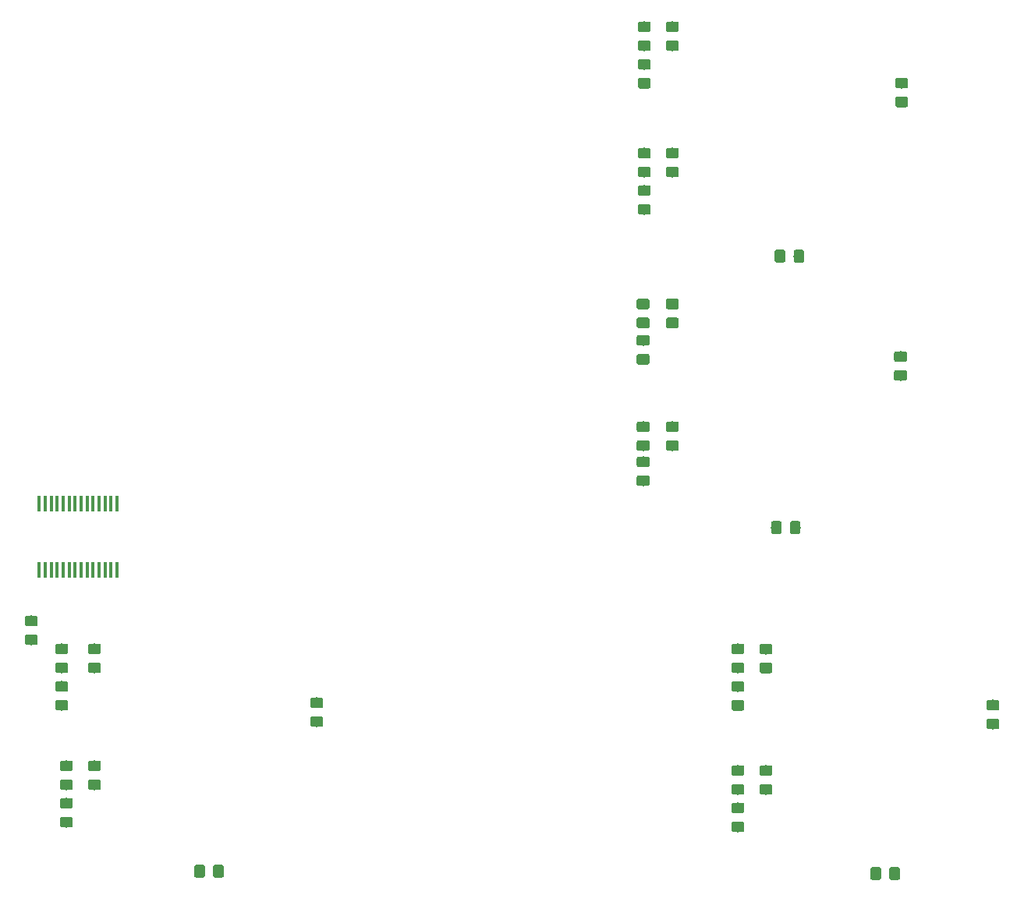
<source format=gbr>
G04 #@! TF.GenerationSoftware,KiCad,Pcbnew,(5.1.0)-1*
G04 #@! TF.CreationDate,2019-04-05T22:30:36+02:00*
G04 #@! TF.ProjectId,Motor_driver_pcb,4d6f746f-725f-4647-9269-7665725f7063,rev?*
G04 #@! TF.SameCoordinates,PX292dfe0PYc1c960*
G04 #@! TF.FileFunction,Paste,Top*
G04 #@! TF.FilePolarity,Positive*
%FSLAX46Y46*%
G04 Gerber Fmt 4.6, Leading zero omitted, Abs format (unit mm)*
G04 Created by KiCad (PCBNEW (5.1.0)-1) date 2019-04-05 22:30:36*
%MOMM*%
%LPD*%
G04 APERTURE LIST*
%ADD10C,0.100000*%
%ADD11C,1.150000*%
%ADD12R,0.450000X1.750000*%
G04 APERTURE END LIST*
D10*
G36*
X89374505Y-4488204D02*
G01*
X89398773Y-4491804D01*
X89422572Y-4497765D01*
X89445671Y-4506030D01*
X89467850Y-4516520D01*
X89488893Y-4529132D01*
X89508599Y-4543747D01*
X89526777Y-4560223D01*
X89543253Y-4578401D01*
X89557868Y-4598107D01*
X89570480Y-4619150D01*
X89580970Y-4641329D01*
X89589235Y-4664428D01*
X89595196Y-4688227D01*
X89598796Y-4712495D01*
X89600000Y-4736999D01*
X89600000Y-5387001D01*
X89598796Y-5411505D01*
X89595196Y-5435773D01*
X89589235Y-5459572D01*
X89580970Y-5482671D01*
X89570480Y-5504850D01*
X89557868Y-5525893D01*
X89543253Y-5545599D01*
X89526777Y-5563777D01*
X89508599Y-5580253D01*
X89488893Y-5594868D01*
X89467850Y-5607480D01*
X89445671Y-5617970D01*
X89422572Y-5626235D01*
X89398773Y-5632196D01*
X89374505Y-5635796D01*
X89350001Y-5637000D01*
X88449999Y-5637000D01*
X88425495Y-5635796D01*
X88401227Y-5632196D01*
X88377428Y-5626235D01*
X88354329Y-5617970D01*
X88332150Y-5607480D01*
X88311107Y-5594868D01*
X88291401Y-5580253D01*
X88273223Y-5563777D01*
X88256747Y-5545599D01*
X88242132Y-5525893D01*
X88229520Y-5504850D01*
X88219030Y-5482671D01*
X88210765Y-5459572D01*
X88204804Y-5435773D01*
X88201204Y-5411505D01*
X88200000Y-5387001D01*
X88200000Y-4736999D01*
X88201204Y-4712495D01*
X88204804Y-4688227D01*
X88210765Y-4664428D01*
X88219030Y-4641329D01*
X88229520Y-4619150D01*
X88242132Y-4598107D01*
X88256747Y-4578401D01*
X88273223Y-4560223D01*
X88291401Y-4543747D01*
X88311107Y-4529132D01*
X88332150Y-4516520D01*
X88354329Y-4506030D01*
X88377428Y-4497765D01*
X88401227Y-4491804D01*
X88425495Y-4488204D01*
X88449999Y-4487000D01*
X89350001Y-4487000D01*
X89374505Y-4488204D01*
X89374505Y-4488204D01*
G37*
D11*
X88900000Y-5062000D03*
D10*
G36*
X89374505Y-6538204D02*
G01*
X89398773Y-6541804D01*
X89422572Y-6547765D01*
X89445671Y-6556030D01*
X89467850Y-6566520D01*
X89488893Y-6579132D01*
X89508599Y-6593747D01*
X89526777Y-6610223D01*
X89543253Y-6628401D01*
X89557868Y-6648107D01*
X89570480Y-6669150D01*
X89580970Y-6691329D01*
X89589235Y-6714428D01*
X89595196Y-6738227D01*
X89598796Y-6762495D01*
X89600000Y-6786999D01*
X89600000Y-7437001D01*
X89598796Y-7461505D01*
X89595196Y-7485773D01*
X89589235Y-7509572D01*
X89580970Y-7532671D01*
X89570480Y-7554850D01*
X89557868Y-7575893D01*
X89543253Y-7595599D01*
X89526777Y-7613777D01*
X89508599Y-7630253D01*
X89488893Y-7644868D01*
X89467850Y-7657480D01*
X89445671Y-7667970D01*
X89422572Y-7676235D01*
X89398773Y-7682196D01*
X89374505Y-7685796D01*
X89350001Y-7687000D01*
X88449999Y-7687000D01*
X88425495Y-7685796D01*
X88401227Y-7682196D01*
X88377428Y-7676235D01*
X88354329Y-7667970D01*
X88332150Y-7657480D01*
X88311107Y-7644868D01*
X88291401Y-7630253D01*
X88273223Y-7613777D01*
X88256747Y-7595599D01*
X88242132Y-7575893D01*
X88229520Y-7554850D01*
X88219030Y-7532671D01*
X88210765Y-7509572D01*
X88204804Y-7485773D01*
X88201204Y-7461505D01*
X88200000Y-7437001D01*
X88200000Y-6786999D01*
X88201204Y-6762495D01*
X88204804Y-6738227D01*
X88210765Y-6714428D01*
X88219030Y-6691329D01*
X88229520Y-6669150D01*
X88242132Y-6648107D01*
X88256747Y-6628401D01*
X88273223Y-6610223D01*
X88291401Y-6593747D01*
X88311107Y-6579132D01*
X88332150Y-6566520D01*
X88354329Y-6556030D01*
X88377428Y-6547765D01*
X88401227Y-6541804D01*
X88425495Y-6538204D01*
X88449999Y-6537000D01*
X89350001Y-6537000D01*
X89374505Y-6538204D01*
X89374505Y-6538204D01*
G37*
D11*
X88900000Y-7112000D03*
D10*
G36*
X89374505Y-8570204D02*
G01*
X89398773Y-8573804D01*
X89422572Y-8579765D01*
X89445671Y-8588030D01*
X89467850Y-8598520D01*
X89488893Y-8611132D01*
X89508599Y-8625747D01*
X89526777Y-8642223D01*
X89543253Y-8660401D01*
X89557868Y-8680107D01*
X89570480Y-8701150D01*
X89580970Y-8723329D01*
X89589235Y-8746428D01*
X89595196Y-8770227D01*
X89598796Y-8794495D01*
X89600000Y-8818999D01*
X89600000Y-9469001D01*
X89598796Y-9493505D01*
X89595196Y-9517773D01*
X89589235Y-9541572D01*
X89580970Y-9564671D01*
X89570480Y-9586850D01*
X89557868Y-9607893D01*
X89543253Y-9627599D01*
X89526777Y-9645777D01*
X89508599Y-9662253D01*
X89488893Y-9676868D01*
X89467850Y-9689480D01*
X89445671Y-9699970D01*
X89422572Y-9708235D01*
X89398773Y-9714196D01*
X89374505Y-9717796D01*
X89350001Y-9719000D01*
X88449999Y-9719000D01*
X88425495Y-9717796D01*
X88401227Y-9714196D01*
X88377428Y-9708235D01*
X88354329Y-9699970D01*
X88332150Y-9689480D01*
X88311107Y-9676868D01*
X88291401Y-9662253D01*
X88273223Y-9645777D01*
X88256747Y-9627599D01*
X88242132Y-9607893D01*
X88229520Y-9586850D01*
X88219030Y-9564671D01*
X88210765Y-9541572D01*
X88204804Y-9517773D01*
X88201204Y-9493505D01*
X88200000Y-9469001D01*
X88200000Y-8818999D01*
X88201204Y-8794495D01*
X88204804Y-8770227D01*
X88210765Y-8746428D01*
X88219030Y-8723329D01*
X88229520Y-8701150D01*
X88242132Y-8680107D01*
X88256747Y-8660401D01*
X88273223Y-8642223D01*
X88291401Y-8625747D01*
X88311107Y-8611132D01*
X88332150Y-8598520D01*
X88354329Y-8588030D01*
X88377428Y-8579765D01*
X88401227Y-8573804D01*
X88425495Y-8570204D01*
X88449999Y-8569000D01*
X89350001Y-8569000D01*
X89374505Y-8570204D01*
X89374505Y-8570204D01*
G37*
D11*
X88900000Y-9144000D03*
D10*
G36*
X89374505Y-10620204D02*
G01*
X89398773Y-10623804D01*
X89422572Y-10629765D01*
X89445671Y-10638030D01*
X89467850Y-10648520D01*
X89488893Y-10661132D01*
X89508599Y-10675747D01*
X89526777Y-10692223D01*
X89543253Y-10710401D01*
X89557868Y-10730107D01*
X89570480Y-10751150D01*
X89580970Y-10773329D01*
X89589235Y-10796428D01*
X89595196Y-10820227D01*
X89598796Y-10844495D01*
X89600000Y-10868999D01*
X89600000Y-11519001D01*
X89598796Y-11543505D01*
X89595196Y-11567773D01*
X89589235Y-11591572D01*
X89580970Y-11614671D01*
X89570480Y-11636850D01*
X89557868Y-11657893D01*
X89543253Y-11677599D01*
X89526777Y-11695777D01*
X89508599Y-11712253D01*
X89488893Y-11726868D01*
X89467850Y-11739480D01*
X89445671Y-11749970D01*
X89422572Y-11758235D01*
X89398773Y-11764196D01*
X89374505Y-11767796D01*
X89350001Y-11769000D01*
X88449999Y-11769000D01*
X88425495Y-11767796D01*
X88401227Y-11764196D01*
X88377428Y-11758235D01*
X88354329Y-11749970D01*
X88332150Y-11739480D01*
X88311107Y-11726868D01*
X88291401Y-11712253D01*
X88273223Y-11695777D01*
X88256747Y-11677599D01*
X88242132Y-11657893D01*
X88229520Y-11636850D01*
X88219030Y-11614671D01*
X88210765Y-11591572D01*
X88204804Y-11567773D01*
X88201204Y-11543505D01*
X88200000Y-11519001D01*
X88200000Y-10868999D01*
X88201204Y-10844495D01*
X88204804Y-10820227D01*
X88210765Y-10796428D01*
X88219030Y-10773329D01*
X88229520Y-10751150D01*
X88242132Y-10730107D01*
X88256747Y-10710401D01*
X88273223Y-10692223D01*
X88291401Y-10675747D01*
X88311107Y-10661132D01*
X88332150Y-10648520D01*
X88354329Y-10638030D01*
X88377428Y-10629765D01*
X88401227Y-10623804D01*
X88425495Y-10620204D01*
X88449999Y-10619000D01*
X89350001Y-10619000D01*
X89374505Y-10620204D01*
X89374505Y-10620204D01*
G37*
D11*
X88900000Y-11194000D03*
D10*
G36*
X92422505Y-4488204D02*
G01*
X92446773Y-4491804D01*
X92470572Y-4497765D01*
X92493671Y-4506030D01*
X92515850Y-4516520D01*
X92536893Y-4529132D01*
X92556599Y-4543747D01*
X92574777Y-4560223D01*
X92591253Y-4578401D01*
X92605868Y-4598107D01*
X92618480Y-4619150D01*
X92628970Y-4641329D01*
X92637235Y-4664428D01*
X92643196Y-4688227D01*
X92646796Y-4712495D01*
X92648000Y-4736999D01*
X92648000Y-5387001D01*
X92646796Y-5411505D01*
X92643196Y-5435773D01*
X92637235Y-5459572D01*
X92628970Y-5482671D01*
X92618480Y-5504850D01*
X92605868Y-5525893D01*
X92591253Y-5545599D01*
X92574777Y-5563777D01*
X92556599Y-5580253D01*
X92536893Y-5594868D01*
X92515850Y-5607480D01*
X92493671Y-5617970D01*
X92470572Y-5626235D01*
X92446773Y-5632196D01*
X92422505Y-5635796D01*
X92398001Y-5637000D01*
X91497999Y-5637000D01*
X91473495Y-5635796D01*
X91449227Y-5632196D01*
X91425428Y-5626235D01*
X91402329Y-5617970D01*
X91380150Y-5607480D01*
X91359107Y-5594868D01*
X91339401Y-5580253D01*
X91321223Y-5563777D01*
X91304747Y-5545599D01*
X91290132Y-5525893D01*
X91277520Y-5504850D01*
X91267030Y-5482671D01*
X91258765Y-5459572D01*
X91252804Y-5435773D01*
X91249204Y-5411505D01*
X91248000Y-5387001D01*
X91248000Y-4736999D01*
X91249204Y-4712495D01*
X91252804Y-4688227D01*
X91258765Y-4664428D01*
X91267030Y-4641329D01*
X91277520Y-4619150D01*
X91290132Y-4598107D01*
X91304747Y-4578401D01*
X91321223Y-4560223D01*
X91339401Y-4543747D01*
X91359107Y-4529132D01*
X91380150Y-4516520D01*
X91402329Y-4506030D01*
X91425428Y-4497765D01*
X91449227Y-4491804D01*
X91473495Y-4488204D01*
X91497999Y-4487000D01*
X92398001Y-4487000D01*
X92422505Y-4488204D01*
X92422505Y-4488204D01*
G37*
D11*
X91948000Y-5062000D03*
D10*
G36*
X92422505Y-6538204D02*
G01*
X92446773Y-6541804D01*
X92470572Y-6547765D01*
X92493671Y-6556030D01*
X92515850Y-6566520D01*
X92536893Y-6579132D01*
X92556599Y-6593747D01*
X92574777Y-6610223D01*
X92591253Y-6628401D01*
X92605868Y-6648107D01*
X92618480Y-6669150D01*
X92628970Y-6691329D01*
X92637235Y-6714428D01*
X92643196Y-6738227D01*
X92646796Y-6762495D01*
X92648000Y-6786999D01*
X92648000Y-7437001D01*
X92646796Y-7461505D01*
X92643196Y-7485773D01*
X92637235Y-7509572D01*
X92628970Y-7532671D01*
X92618480Y-7554850D01*
X92605868Y-7575893D01*
X92591253Y-7595599D01*
X92574777Y-7613777D01*
X92556599Y-7630253D01*
X92536893Y-7644868D01*
X92515850Y-7657480D01*
X92493671Y-7667970D01*
X92470572Y-7676235D01*
X92446773Y-7682196D01*
X92422505Y-7685796D01*
X92398001Y-7687000D01*
X91497999Y-7687000D01*
X91473495Y-7685796D01*
X91449227Y-7682196D01*
X91425428Y-7676235D01*
X91402329Y-7667970D01*
X91380150Y-7657480D01*
X91359107Y-7644868D01*
X91339401Y-7630253D01*
X91321223Y-7613777D01*
X91304747Y-7595599D01*
X91290132Y-7575893D01*
X91277520Y-7554850D01*
X91267030Y-7532671D01*
X91258765Y-7509572D01*
X91252804Y-7485773D01*
X91249204Y-7461505D01*
X91248000Y-7437001D01*
X91248000Y-6786999D01*
X91249204Y-6762495D01*
X91252804Y-6738227D01*
X91258765Y-6714428D01*
X91267030Y-6691329D01*
X91277520Y-6669150D01*
X91290132Y-6648107D01*
X91304747Y-6628401D01*
X91321223Y-6610223D01*
X91339401Y-6593747D01*
X91359107Y-6579132D01*
X91380150Y-6566520D01*
X91402329Y-6556030D01*
X91425428Y-6547765D01*
X91449227Y-6541804D01*
X91473495Y-6538204D01*
X91497999Y-6537000D01*
X92398001Y-6537000D01*
X92422505Y-6538204D01*
X92422505Y-6538204D01*
G37*
D11*
X91948000Y-7112000D03*
D10*
G36*
X117314505Y-10602204D02*
G01*
X117338773Y-10605804D01*
X117362572Y-10611765D01*
X117385671Y-10620030D01*
X117407850Y-10630520D01*
X117428893Y-10643132D01*
X117448599Y-10657747D01*
X117466777Y-10674223D01*
X117483253Y-10692401D01*
X117497868Y-10712107D01*
X117510480Y-10733150D01*
X117520970Y-10755329D01*
X117529235Y-10778428D01*
X117535196Y-10802227D01*
X117538796Y-10826495D01*
X117540000Y-10850999D01*
X117540000Y-11501001D01*
X117538796Y-11525505D01*
X117535196Y-11549773D01*
X117529235Y-11573572D01*
X117520970Y-11596671D01*
X117510480Y-11618850D01*
X117497868Y-11639893D01*
X117483253Y-11659599D01*
X117466777Y-11677777D01*
X117448599Y-11694253D01*
X117428893Y-11708868D01*
X117407850Y-11721480D01*
X117385671Y-11731970D01*
X117362572Y-11740235D01*
X117338773Y-11746196D01*
X117314505Y-11749796D01*
X117290001Y-11751000D01*
X116389999Y-11751000D01*
X116365495Y-11749796D01*
X116341227Y-11746196D01*
X116317428Y-11740235D01*
X116294329Y-11731970D01*
X116272150Y-11721480D01*
X116251107Y-11708868D01*
X116231401Y-11694253D01*
X116213223Y-11677777D01*
X116196747Y-11659599D01*
X116182132Y-11639893D01*
X116169520Y-11618850D01*
X116159030Y-11596671D01*
X116150765Y-11573572D01*
X116144804Y-11549773D01*
X116141204Y-11525505D01*
X116140000Y-11501001D01*
X116140000Y-10850999D01*
X116141204Y-10826495D01*
X116144804Y-10802227D01*
X116150765Y-10778428D01*
X116159030Y-10755329D01*
X116169520Y-10733150D01*
X116182132Y-10712107D01*
X116196747Y-10692401D01*
X116213223Y-10674223D01*
X116231401Y-10657747D01*
X116251107Y-10643132D01*
X116272150Y-10630520D01*
X116294329Y-10620030D01*
X116317428Y-10611765D01*
X116341227Y-10605804D01*
X116365495Y-10602204D01*
X116389999Y-10601000D01*
X117290001Y-10601000D01*
X117314505Y-10602204D01*
X117314505Y-10602204D01*
G37*
D11*
X116840000Y-11176000D03*
D10*
G36*
X117314505Y-12652204D02*
G01*
X117338773Y-12655804D01*
X117362572Y-12661765D01*
X117385671Y-12670030D01*
X117407850Y-12680520D01*
X117428893Y-12693132D01*
X117448599Y-12707747D01*
X117466777Y-12724223D01*
X117483253Y-12742401D01*
X117497868Y-12762107D01*
X117510480Y-12783150D01*
X117520970Y-12805329D01*
X117529235Y-12828428D01*
X117535196Y-12852227D01*
X117538796Y-12876495D01*
X117540000Y-12900999D01*
X117540000Y-13551001D01*
X117538796Y-13575505D01*
X117535196Y-13599773D01*
X117529235Y-13623572D01*
X117520970Y-13646671D01*
X117510480Y-13668850D01*
X117497868Y-13689893D01*
X117483253Y-13709599D01*
X117466777Y-13727777D01*
X117448599Y-13744253D01*
X117428893Y-13758868D01*
X117407850Y-13771480D01*
X117385671Y-13781970D01*
X117362572Y-13790235D01*
X117338773Y-13796196D01*
X117314505Y-13799796D01*
X117290001Y-13801000D01*
X116389999Y-13801000D01*
X116365495Y-13799796D01*
X116341227Y-13796196D01*
X116317428Y-13790235D01*
X116294329Y-13781970D01*
X116272150Y-13771480D01*
X116251107Y-13758868D01*
X116231401Y-13744253D01*
X116213223Y-13727777D01*
X116196747Y-13709599D01*
X116182132Y-13689893D01*
X116169520Y-13668850D01*
X116159030Y-13646671D01*
X116150765Y-13623572D01*
X116144804Y-13599773D01*
X116141204Y-13575505D01*
X116140000Y-13551001D01*
X116140000Y-12900999D01*
X116141204Y-12876495D01*
X116144804Y-12852227D01*
X116150765Y-12828428D01*
X116159030Y-12805329D01*
X116169520Y-12783150D01*
X116182132Y-12762107D01*
X116196747Y-12742401D01*
X116213223Y-12724223D01*
X116231401Y-12707747D01*
X116251107Y-12693132D01*
X116272150Y-12680520D01*
X116294329Y-12670030D01*
X116317428Y-12661765D01*
X116341227Y-12655804D01*
X116365495Y-12652204D01*
X116389999Y-12651000D01*
X117290001Y-12651000D01*
X117314505Y-12652204D01*
X117314505Y-12652204D01*
G37*
D11*
X116840000Y-13226000D03*
D10*
G36*
X92422505Y-20254204D02*
G01*
X92446773Y-20257804D01*
X92470572Y-20263765D01*
X92493671Y-20272030D01*
X92515850Y-20282520D01*
X92536893Y-20295132D01*
X92556599Y-20309747D01*
X92574777Y-20326223D01*
X92591253Y-20344401D01*
X92605868Y-20364107D01*
X92618480Y-20385150D01*
X92628970Y-20407329D01*
X92637235Y-20430428D01*
X92643196Y-20454227D01*
X92646796Y-20478495D01*
X92648000Y-20502999D01*
X92648000Y-21153001D01*
X92646796Y-21177505D01*
X92643196Y-21201773D01*
X92637235Y-21225572D01*
X92628970Y-21248671D01*
X92618480Y-21270850D01*
X92605868Y-21291893D01*
X92591253Y-21311599D01*
X92574777Y-21329777D01*
X92556599Y-21346253D01*
X92536893Y-21360868D01*
X92515850Y-21373480D01*
X92493671Y-21383970D01*
X92470572Y-21392235D01*
X92446773Y-21398196D01*
X92422505Y-21401796D01*
X92398001Y-21403000D01*
X91497999Y-21403000D01*
X91473495Y-21401796D01*
X91449227Y-21398196D01*
X91425428Y-21392235D01*
X91402329Y-21383970D01*
X91380150Y-21373480D01*
X91359107Y-21360868D01*
X91339401Y-21346253D01*
X91321223Y-21329777D01*
X91304747Y-21311599D01*
X91290132Y-21291893D01*
X91277520Y-21270850D01*
X91267030Y-21248671D01*
X91258765Y-21225572D01*
X91252804Y-21201773D01*
X91249204Y-21177505D01*
X91248000Y-21153001D01*
X91248000Y-20502999D01*
X91249204Y-20478495D01*
X91252804Y-20454227D01*
X91258765Y-20430428D01*
X91267030Y-20407329D01*
X91277520Y-20385150D01*
X91290132Y-20364107D01*
X91304747Y-20344401D01*
X91321223Y-20326223D01*
X91339401Y-20309747D01*
X91359107Y-20295132D01*
X91380150Y-20282520D01*
X91402329Y-20272030D01*
X91425428Y-20263765D01*
X91449227Y-20257804D01*
X91473495Y-20254204D01*
X91497999Y-20253000D01*
X92398001Y-20253000D01*
X92422505Y-20254204D01*
X92422505Y-20254204D01*
G37*
D11*
X91948000Y-20828000D03*
D10*
G36*
X92422505Y-18204204D02*
G01*
X92446773Y-18207804D01*
X92470572Y-18213765D01*
X92493671Y-18222030D01*
X92515850Y-18232520D01*
X92536893Y-18245132D01*
X92556599Y-18259747D01*
X92574777Y-18276223D01*
X92591253Y-18294401D01*
X92605868Y-18314107D01*
X92618480Y-18335150D01*
X92628970Y-18357329D01*
X92637235Y-18380428D01*
X92643196Y-18404227D01*
X92646796Y-18428495D01*
X92648000Y-18452999D01*
X92648000Y-19103001D01*
X92646796Y-19127505D01*
X92643196Y-19151773D01*
X92637235Y-19175572D01*
X92628970Y-19198671D01*
X92618480Y-19220850D01*
X92605868Y-19241893D01*
X92591253Y-19261599D01*
X92574777Y-19279777D01*
X92556599Y-19296253D01*
X92536893Y-19310868D01*
X92515850Y-19323480D01*
X92493671Y-19333970D01*
X92470572Y-19342235D01*
X92446773Y-19348196D01*
X92422505Y-19351796D01*
X92398001Y-19353000D01*
X91497999Y-19353000D01*
X91473495Y-19351796D01*
X91449227Y-19348196D01*
X91425428Y-19342235D01*
X91402329Y-19333970D01*
X91380150Y-19323480D01*
X91359107Y-19310868D01*
X91339401Y-19296253D01*
X91321223Y-19279777D01*
X91304747Y-19261599D01*
X91290132Y-19241893D01*
X91277520Y-19220850D01*
X91267030Y-19198671D01*
X91258765Y-19175572D01*
X91252804Y-19151773D01*
X91249204Y-19127505D01*
X91248000Y-19103001D01*
X91248000Y-18452999D01*
X91249204Y-18428495D01*
X91252804Y-18404227D01*
X91258765Y-18380428D01*
X91267030Y-18357329D01*
X91277520Y-18335150D01*
X91290132Y-18314107D01*
X91304747Y-18294401D01*
X91321223Y-18276223D01*
X91339401Y-18259747D01*
X91359107Y-18245132D01*
X91380150Y-18232520D01*
X91402329Y-18222030D01*
X91425428Y-18213765D01*
X91449227Y-18207804D01*
X91473495Y-18204204D01*
X91497999Y-18203000D01*
X92398001Y-18203000D01*
X92422505Y-18204204D01*
X92422505Y-18204204D01*
G37*
D11*
X91948000Y-18778000D03*
D10*
G36*
X106031505Y-29273204D02*
G01*
X106055773Y-29276804D01*
X106079572Y-29282765D01*
X106102671Y-29291030D01*
X106124850Y-29301520D01*
X106145893Y-29314132D01*
X106165599Y-29328747D01*
X106183777Y-29345223D01*
X106200253Y-29363401D01*
X106214868Y-29383107D01*
X106227480Y-29404150D01*
X106237970Y-29426329D01*
X106246235Y-29449428D01*
X106252196Y-29473227D01*
X106255796Y-29497495D01*
X106257000Y-29521999D01*
X106257000Y-30422001D01*
X106255796Y-30446505D01*
X106252196Y-30470773D01*
X106246235Y-30494572D01*
X106237970Y-30517671D01*
X106227480Y-30539850D01*
X106214868Y-30560893D01*
X106200253Y-30580599D01*
X106183777Y-30598777D01*
X106165599Y-30615253D01*
X106145893Y-30629868D01*
X106124850Y-30642480D01*
X106102671Y-30652970D01*
X106079572Y-30661235D01*
X106055773Y-30667196D01*
X106031505Y-30670796D01*
X106007001Y-30672000D01*
X105356999Y-30672000D01*
X105332495Y-30670796D01*
X105308227Y-30667196D01*
X105284428Y-30661235D01*
X105261329Y-30652970D01*
X105239150Y-30642480D01*
X105218107Y-30629868D01*
X105198401Y-30615253D01*
X105180223Y-30598777D01*
X105163747Y-30580599D01*
X105149132Y-30560893D01*
X105136520Y-30539850D01*
X105126030Y-30517671D01*
X105117765Y-30494572D01*
X105111804Y-30470773D01*
X105108204Y-30446505D01*
X105107000Y-30422001D01*
X105107000Y-29521999D01*
X105108204Y-29497495D01*
X105111804Y-29473227D01*
X105117765Y-29449428D01*
X105126030Y-29426329D01*
X105136520Y-29404150D01*
X105149132Y-29383107D01*
X105163747Y-29363401D01*
X105180223Y-29345223D01*
X105198401Y-29328747D01*
X105218107Y-29314132D01*
X105239150Y-29301520D01*
X105261329Y-29291030D01*
X105284428Y-29282765D01*
X105308227Y-29276804D01*
X105332495Y-29273204D01*
X105356999Y-29272000D01*
X106007001Y-29272000D01*
X106031505Y-29273204D01*
X106031505Y-29273204D01*
G37*
D11*
X105682000Y-29972000D03*
D10*
G36*
X103981505Y-29273204D02*
G01*
X104005773Y-29276804D01*
X104029572Y-29282765D01*
X104052671Y-29291030D01*
X104074850Y-29301520D01*
X104095893Y-29314132D01*
X104115599Y-29328747D01*
X104133777Y-29345223D01*
X104150253Y-29363401D01*
X104164868Y-29383107D01*
X104177480Y-29404150D01*
X104187970Y-29426329D01*
X104196235Y-29449428D01*
X104202196Y-29473227D01*
X104205796Y-29497495D01*
X104207000Y-29521999D01*
X104207000Y-30422001D01*
X104205796Y-30446505D01*
X104202196Y-30470773D01*
X104196235Y-30494572D01*
X104187970Y-30517671D01*
X104177480Y-30539850D01*
X104164868Y-30560893D01*
X104150253Y-30580599D01*
X104133777Y-30598777D01*
X104115599Y-30615253D01*
X104095893Y-30629868D01*
X104074850Y-30642480D01*
X104052671Y-30652970D01*
X104029572Y-30661235D01*
X104005773Y-30667196D01*
X103981505Y-30670796D01*
X103957001Y-30672000D01*
X103306999Y-30672000D01*
X103282495Y-30670796D01*
X103258227Y-30667196D01*
X103234428Y-30661235D01*
X103211329Y-30652970D01*
X103189150Y-30642480D01*
X103168107Y-30629868D01*
X103148401Y-30615253D01*
X103130223Y-30598777D01*
X103113747Y-30580599D01*
X103099132Y-30560893D01*
X103086520Y-30539850D01*
X103076030Y-30517671D01*
X103067765Y-30494572D01*
X103061804Y-30470773D01*
X103058204Y-30446505D01*
X103057000Y-30422001D01*
X103057000Y-29521999D01*
X103058204Y-29497495D01*
X103061804Y-29473227D01*
X103067765Y-29449428D01*
X103076030Y-29426329D01*
X103086520Y-29404150D01*
X103099132Y-29383107D01*
X103113747Y-29363401D01*
X103130223Y-29345223D01*
X103148401Y-29328747D01*
X103168107Y-29314132D01*
X103189150Y-29301520D01*
X103211329Y-29291030D01*
X103234428Y-29282765D01*
X103258227Y-29276804D01*
X103282495Y-29273204D01*
X103306999Y-29272000D01*
X103957001Y-29272000D01*
X103981505Y-29273204D01*
X103981505Y-29273204D01*
G37*
D11*
X103632000Y-29972000D03*
D10*
G36*
X89374505Y-18213204D02*
G01*
X89398773Y-18216804D01*
X89422572Y-18222765D01*
X89445671Y-18231030D01*
X89467850Y-18241520D01*
X89488893Y-18254132D01*
X89508599Y-18268747D01*
X89526777Y-18285223D01*
X89543253Y-18303401D01*
X89557868Y-18323107D01*
X89570480Y-18344150D01*
X89580970Y-18366329D01*
X89589235Y-18389428D01*
X89595196Y-18413227D01*
X89598796Y-18437495D01*
X89600000Y-18461999D01*
X89600000Y-19112001D01*
X89598796Y-19136505D01*
X89595196Y-19160773D01*
X89589235Y-19184572D01*
X89580970Y-19207671D01*
X89570480Y-19229850D01*
X89557868Y-19250893D01*
X89543253Y-19270599D01*
X89526777Y-19288777D01*
X89508599Y-19305253D01*
X89488893Y-19319868D01*
X89467850Y-19332480D01*
X89445671Y-19342970D01*
X89422572Y-19351235D01*
X89398773Y-19357196D01*
X89374505Y-19360796D01*
X89350001Y-19362000D01*
X88449999Y-19362000D01*
X88425495Y-19360796D01*
X88401227Y-19357196D01*
X88377428Y-19351235D01*
X88354329Y-19342970D01*
X88332150Y-19332480D01*
X88311107Y-19319868D01*
X88291401Y-19305253D01*
X88273223Y-19288777D01*
X88256747Y-19270599D01*
X88242132Y-19250893D01*
X88229520Y-19229850D01*
X88219030Y-19207671D01*
X88210765Y-19184572D01*
X88204804Y-19160773D01*
X88201204Y-19136505D01*
X88200000Y-19112001D01*
X88200000Y-18461999D01*
X88201204Y-18437495D01*
X88204804Y-18413227D01*
X88210765Y-18389428D01*
X88219030Y-18366329D01*
X88229520Y-18344150D01*
X88242132Y-18323107D01*
X88256747Y-18303401D01*
X88273223Y-18285223D01*
X88291401Y-18268747D01*
X88311107Y-18254132D01*
X88332150Y-18241520D01*
X88354329Y-18231030D01*
X88377428Y-18222765D01*
X88401227Y-18216804D01*
X88425495Y-18213204D01*
X88449999Y-18212000D01*
X89350001Y-18212000D01*
X89374505Y-18213204D01*
X89374505Y-18213204D01*
G37*
D11*
X88900000Y-18787000D03*
D10*
G36*
X89374505Y-20263204D02*
G01*
X89398773Y-20266804D01*
X89422572Y-20272765D01*
X89445671Y-20281030D01*
X89467850Y-20291520D01*
X89488893Y-20304132D01*
X89508599Y-20318747D01*
X89526777Y-20335223D01*
X89543253Y-20353401D01*
X89557868Y-20373107D01*
X89570480Y-20394150D01*
X89580970Y-20416329D01*
X89589235Y-20439428D01*
X89595196Y-20463227D01*
X89598796Y-20487495D01*
X89600000Y-20511999D01*
X89600000Y-21162001D01*
X89598796Y-21186505D01*
X89595196Y-21210773D01*
X89589235Y-21234572D01*
X89580970Y-21257671D01*
X89570480Y-21279850D01*
X89557868Y-21300893D01*
X89543253Y-21320599D01*
X89526777Y-21338777D01*
X89508599Y-21355253D01*
X89488893Y-21369868D01*
X89467850Y-21382480D01*
X89445671Y-21392970D01*
X89422572Y-21401235D01*
X89398773Y-21407196D01*
X89374505Y-21410796D01*
X89350001Y-21412000D01*
X88449999Y-21412000D01*
X88425495Y-21410796D01*
X88401227Y-21407196D01*
X88377428Y-21401235D01*
X88354329Y-21392970D01*
X88332150Y-21382480D01*
X88311107Y-21369868D01*
X88291401Y-21355253D01*
X88273223Y-21338777D01*
X88256747Y-21320599D01*
X88242132Y-21300893D01*
X88229520Y-21279850D01*
X88219030Y-21257671D01*
X88210765Y-21234572D01*
X88204804Y-21210773D01*
X88201204Y-21186505D01*
X88200000Y-21162001D01*
X88200000Y-20511999D01*
X88201204Y-20487495D01*
X88204804Y-20463227D01*
X88210765Y-20439428D01*
X88219030Y-20416329D01*
X88229520Y-20394150D01*
X88242132Y-20373107D01*
X88256747Y-20353401D01*
X88273223Y-20335223D01*
X88291401Y-20318747D01*
X88311107Y-20304132D01*
X88332150Y-20291520D01*
X88354329Y-20281030D01*
X88377428Y-20272765D01*
X88401227Y-20266804D01*
X88425495Y-20263204D01*
X88449999Y-20262000D01*
X89350001Y-20262000D01*
X89374505Y-20263204D01*
X89374505Y-20263204D01*
G37*
D11*
X88900000Y-20837000D03*
D10*
G36*
X89374505Y-24318204D02*
G01*
X89398773Y-24321804D01*
X89422572Y-24327765D01*
X89445671Y-24336030D01*
X89467850Y-24346520D01*
X89488893Y-24359132D01*
X89508599Y-24373747D01*
X89526777Y-24390223D01*
X89543253Y-24408401D01*
X89557868Y-24428107D01*
X89570480Y-24449150D01*
X89580970Y-24471329D01*
X89589235Y-24494428D01*
X89595196Y-24518227D01*
X89598796Y-24542495D01*
X89600000Y-24566999D01*
X89600000Y-25217001D01*
X89598796Y-25241505D01*
X89595196Y-25265773D01*
X89589235Y-25289572D01*
X89580970Y-25312671D01*
X89570480Y-25334850D01*
X89557868Y-25355893D01*
X89543253Y-25375599D01*
X89526777Y-25393777D01*
X89508599Y-25410253D01*
X89488893Y-25424868D01*
X89467850Y-25437480D01*
X89445671Y-25447970D01*
X89422572Y-25456235D01*
X89398773Y-25462196D01*
X89374505Y-25465796D01*
X89350001Y-25467000D01*
X88449999Y-25467000D01*
X88425495Y-25465796D01*
X88401227Y-25462196D01*
X88377428Y-25456235D01*
X88354329Y-25447970D01*
X88332150Y-25437480D01*
X88311107Y-25424868D01*
X88291401Y-25410253D01*
X88273223Y-25393777D01*
X88256747Y-25375599D01*
X88242132Y-25355893D01*
X88229520Y-25334850D01*
X88219030Y-25312671D01*
X88210765Y-25289572D01*
X88204804Y-25265773D01*
X88201204Y-25241505D01*
X88200000Y-25217001D01*
X88200000Y-24566999D01*
X88201204Y-24542495D01*
X88204804Y-24518227D01*
X88210765Y-24494428D01*
X88219030Y-24471329D01*
X88229520Y-24449150D01*
X88242132Y-24428107D01*
X88256747Y-24408401D01*
X88273223Y-24390223D01*
X88291401Y-24373747D01*
X88311107Y-24359132D01*
X88332150Y-24346520D01*
X88354329Y-24336030D01*
X88377428Y-24327765D01*
X88401227Y-24321804D01*
X88425495Y-24318204D01*
X88449999Y-24317000D01*
X89350001Y-24317000D01*
X89374505Y-24318204D01*
X89374505Y-24318204D01*
G37*
D11*
X88900000Y-24892000D03*
D10*
G36*
X89374505Y-22268204D02*
G01*
X89398773Y-22271804D01*
X89422572Y-22277765D01*
X89445671Y-22286030D01*
X89467850Y-22296520D01*
X89488893Y-22309132D01*
X89508599Y-22323747D01*
X89526777Y-22340223D01*
X89543253Y-22358401D01*
X89557868Y-22378107D01*
X89570480Y-22399150D01*
X89580970Y-22421329D01*
X89589235Y-22444428D01*
X89595196Y-22468227D01*
X89598796Y-22492495D01*
X89600000Y-22516999D01*
X89600000Y-23167001D01*
X89598796Y-23191505D01*
X89595196Y-23215773D01*
X89589235Y-23239572D01*
X89580970Y-23262671D01*
X89570480Y-23284850D01*
X89557868Y-23305893D01*
X89543253Y-23325599D01*
X89526777Y-23343777D01*
X89508599Y-23360253D01*
X89488893Y-23374868D01*
X89467850Y-23387480D01*
X89445671Y-23397970D01*
X89422572Y-23406235D01*
X89398773Y-23412196D01*
X89374505Y-23415796D01*
X89350001Y-23417000D01*
X88449999Y-23417000D01*
X88425495Y-23415796D01*
X88401227Y-23412196D01*
X88377428Y-23406235D01*
X88354329Y-23397970D01*
X88332150Y-23387480D01*
X88311107Y-23374868D01*
X88291401Y-23360253D01*
X88273223Y-23343777D01*
X88256747Y-23325599D01*
X88242132Y-23305893D01*
X88229520Y-23284850D01*
X88219030Y-23262671D01*
X88210765Y-23239572D01*
X88204804Y-23215773D01*
X88201204Y-23191505D01*
X88200000Y-23167001D01*
X88200000Y-22516999D01*
X88201204Y-22492495D01*
X88204804Y-22468227D01*
X88210765Y-22444428D01*
X88219030Y-22421329D01*
X88229520Y-22399150D01*
X88242132Y-22378107D01*
X88256747Y-22358401D01*
X88273223Y-22340223D01*
X88291401Y-22323747D01*
X88311107Y-22309132D01*
X88332150Y-22296520D01*
X88354329Y-22286030D01*
X88377428Y-22277765D01*
X88401227Y-22271804D01*
X88425495Y-22268204D01*
X88449999Y-22267000D01*
X89350001Y-22267000D01*
X89374505Y-22268204D01*
X89374505Y-22268204D01*
G37*
D11*
X88900000Y-22842000D03*
D10*
G36*
X89247505Y-34587204D02*
G01*
X89271773Y-34590804D01*
X89295572Y-34596765D01*
X89318671Y-34605030D01*
X89340850Y-34615520D01*
X89361893Y-34628132D01*
X89381599Y-34642747D01*
X89399777Y-34659223D01*
X89416253Y-34677401D01*
X89430868Y-34697107D01*
X89443480Y-34718150D01*
X89453970Y-34740329D01*
X89462235Y-34763428D01*
X89468196Y-34787227D01*
X89471796Y-34811495D01*
X89473000Y-34835999D01*
X89473000Y-35486001D01*
X89471796Y-35510505D01*
X89468196Y-35534773D01*
X89462235Y-35558572D01*
X89453970Y-35581671D01*
X89443480Y-35603850D01*
X89430868Y-35624893D01*
X89416253Y-35644599D01*
X89399777Y-35662777D01*
X89381599Y-35679253D01*
X89361893Y-35693868D01*
X89340850Y-35706480D01*
X89318671Y-35716970D01*
X89295572Y-35725235D01*
X89271773Y-35731196D01*
X89247505Y-35734796D01*
X89223001Y-35736000D01*
X88322999Y-35736000D01*
X88298495Y-35734796D01*
X88274227Y-35731196D01*
X88250428Y-35725235D01*
X88227329Y-35716970D01*
X88205150Y-35706480D01*
X88184107Y-35693868D01*
X88164401Y-35679253D01*
X88146223Y-35662777D01*
X88129747Y-35644599D01*
X88115132Y-35624893D01*
X88102520Y-35603850D01*
X88092030Y-35581671D01*
X88083765Y-35558572D01*
X88077804Y-35534773D01*
X88074204Y-35510505D01*
X88073000Y-35486001D01*
X88073000Y-34835999D01*
X88074204Y-34811495D01*
X88077804Y-34787227D01*
X88083765Y-34763428D01*
X88092030Y-34740329D01*
X88102520Y-34718150D01*
X88115132Y-34697107D01*
X88129747Y-34677401D01*
X88146223Y-34659223D01*
X88164401Y-34642747D01*
X88184107Y-34628132D01*
X88205150Y-34615520D01*
X88227329Y-34605030D01*
X88250428Y-34596765D01*
X88274227Y-34590804D01*
X88298495Y-34587204D01*
X88322999Y-34586000D01*
X89223001Y-34586000D01*
X89247505Y-34587204D01*
X89247505Y-34587204D01*
G37*
D11*
X88773000Y-35161000D03*
D10*
G36*
X89247505Y-36637204D02*
G01*
X89271773Y-36640804D01*
X89295572Y-36646765D01*
X89318671Y-36655030D01*
X89340850Y-36665520D01*
X89361893Y-36678132D01*
X89381599Y-36692747D01*
X89399777Y-36709223D01*
X89416253Y-36727401D01*
X89430868Y-36747107D01*
X89443480Y-36768150D01*
X89453970Y-36790329D01*
X89462235Y-36813428D01*
X89468196Y-36837227D01*
X89471796Y-36861495D01*
X89473000Y-36885999D01*
X89473000Y-37536001D01*
X89471796Y-37560505D01*
X89468196Y-37584773D01*
X89462235Y-37608572D01*
X89453970Y-37631671D01*
X89443480Y-37653850D01*
X89430868Y-37674893D01*
X89416253Y-37694599D01*
X89399777Y-37712777D01*
X89381599Y-37729253D01*
X89361893Y-37743868D01*
X89340850Y-37756480D01*
X89318671Y-37766970D01*
X89295572Y-37775235D01*
X89271773Y-37781196D01*
X89247505Y-37784796D01*
X89223001Y-37786000D01*
X88322999Y-37786000D01*
X88298495Y-37784796D01*
X88274227Y-37781196D01*
X88250428Y-37775235D01*
X88227329Y-37766970D01*
X88205150Y-37756480D01*
X88184107Y-37743868D01*
X88164401Y-37729253D01*
X88146223Y-37712777D01*
X88129747Y-37694599D01*
X88115132Y-37674893D01*
X88102520Y-37653850D01*
X88092030Y-37631671D01*
X88083765Y-37608572D01*
X88077804Y-37584773D01*
X88074204Y-37560505D01*
X88073000Y-37536001D01*
X88073000Y-36885999D01*
X88074204Y-36861495D01*
X88077804Y-36837227D01*
X88083765Y-36813428D01*
X88092030Y-36790329D01*
X88102520Y-36768150D01*
X88115132Y-36747107D01*
X88129747Y-36727401D01*
X88146223Y-36709223D01*
X88164401Y-36692747D01*
X88184107Y-36678132D01*
X88205150Y-36665520D01*
X88227329Y-36655030D01*
X88250428Y-36646765D01*
X88274227Y-36640804D01*
X88298495Y-36637204D01*
X88322999Y-36636000D01*
X89223001Y-36636000D01*
X89247505Y-36637204D01*
X89247505Y-36637204D01*
G37*
D11*
X88773000Y-37211000D03*
D10*
G36*
X89247505Y-40592204D02*
G01*
X89271773Y-40595804D01*
X89295572Y-40601765D01*
X89318671Y-40610030D01*
X89340850Y-40620520D01*
X89361893Y-40633132D01*
X89381599Y-40647747D01*
X89399777Y-40664223D01*
X89416253Y-40682401D01*
X89430868Y-40702107D01*
X89443480Y-40723150D01*
X89453970Y-40745329D01*
X89462235Y-40768428D01*
X89468196Y-40792227D01*
X89471796Y-40816495D01*
X89473000Y-40840999D01*
X89473000Y-41491001D01*
X89471796Y-41515505D01*
X89468196Y-41539773D01*
X89462235Y-41563572D01*
X89453970Y-41586671D01*
X89443480Y-41608850D01*
X89430868Y-41629893D01*
X89416253Y-41649599D01*
X89399777Y-41667777D01*
X89381599Y-41684253D01*
X89361893Y-41698868D01*
X89340850Y-41711480D01*
X89318671Y-41721970D01*
X89295572Y-41730235D01*
X89271773Y-41736196D01*
X89247505Y-41739796D01*
X89223001Y-41741000D01*
X88322999Y-41741000D01*
X88298495Y-41739796D01*
X88274227Y-41736196D01*
X88250428Y-41730235D01*
X88227329Y-41721970D01*
X88205150Y-41711480D01*
X88184107Y-41698868D01*
X88164401Y-41684253D01*
X88146223Y-41667777D01*
X88129747Y-41649599D01*
X88115132Y-41629893D01*
X88102520Y-41608850D01*
X88092030Y-41586671D01*
X88083765Y-41563572D01*
X88077804Y-41539773D01*
X88074204Y-41515505D01*
X88073000Y-41491001D01*
X88073000Y-40840999D01*
X88074204Y-40816495D01*
X88077804Y-40792227D01*
X88083765Y-40768428D01*
X88092030Y-40745329D01*
X88102520Y-40723150D01*
X88115132Y-40702107D01*
X88129747Y-40682401D01*
X88146223Y-40664223D01*
X88164401Y-40647747D01*
X88184107Y-40633132D01*
X88205150Y-40620520D01*
X88227329Y-40610030D01*
X88250428Y-40601765D01*
X88274227Y-40595804D01*
X88298495Y-40592204D01*
X88322999Y-40591000D01*
X89223001Y-40591000D01*
X89247505Y-40592204D01*
X89247505Y-40592204D01*
G37*
D11*
X88773000Y-41166000D03*
D10*
G36*
X89247505Y-38542204D02*
G01*
X89271773Y-38545804D01*
X89295572Y-38551765D01*
X89318671Y-38560030D01*
X89340850Y-38570520D01*
X89361893Y-38583132D01*
X89381599Y-38597747D01*
X89399777Y-38614223D01*
X89416253Y-38632401D01*
X89430868Y-38652107D01*
X89443480Y-38673150D01*
X89453970Y-38695329D01*
X89462235Y-38718428D01*
X89468196Y-38742227D01*
X89471796Y-38766495D01*
X89473000Y-38790999D01*
X89473000Y-39441001D01*
X89471796Y-39465505D01*
X89468196Y-39489773D01*
X89462235Y-39513572D01*
X89453970Y-39536671D01*
X89443480Y-39558850D01*
X89430868Y-39579893D01*
X89416253Y-39599599D01*
X89399777Y-39617777D01*
X89381599Y-39634253D01*
X89361893Y-39648868D01*
X89340850Y-39661480D01*
X89318671Y-39671970D01*
X89295572Y-39680235D01*
X89271773Y-39686196D01*
X89247505Y-39689796D01*
X89223001Y-39691000D01*
X88322999Y-39691000D01*
X88298495Y-39689796D01*
X88274227Y-39686196D01*
X88250428Y-39680235D01*
X88227329Y-39671970D01*
X88205150Y-39661480D01*
X88184107Y-39648868D01*
X88164401Y-39634253D01*
X88146223Y-39617777D01*
X88129747Y-39599599D01*
X88115132Y-39579893D01*
X88102520Y-39558850D01*
X88092030Y-39536671D01*
X88083765Y-39513572D01*
X88077804Y-39489773D01*
X88074204Y-39465505D01*
X88073000Y-39441001D01*
X88073000Y-38790999D01*
X88074204Y-38766495D01*
X88077804Y-38742227D01*
X88083765Y-38718428D01*
X88092030Y-38695329D01*
X88102520Y-38673150D01*
X88115132Y-38652107D01*
X88129747Y-38632401D01*
X88146223Y-38614223D01*
X88164401Y-38597747D01*
X88184107Y-38583132D01*
X88205150Y-38570520D01*
X88227329Y-38560030D01*
X88250428Y-38551765D01*
X88274227Y-38545804D01*
X88298495Y-38542204D01*
X88322999Y-38541000D01*
X89223001Y-38541000D01*
X89247505Y-38542204D01*
X89247505Y-38542204D01*
G37*
D11*
X88773000Y-39116000D03*
D10*
G36*
X92422505Y-34587204D02*
G01*
X92446773Y-34590804D01*
X92470572Y-34596765D01*
X92493671Y-34605030D01*
X92515850Y-34615520D01*
X92536893Y-34628132D01*
X92556599Y-34642747D01*
X92574777Y-34659223D01*
X92591253Y-34677401D01*
X92605868Y-34697107D01*
X92618480Y-34718150D01*
X92628970Y-34740329D01*
X92637235Y-34763428D01*
X92643196Y-34787227D01*
X92646796Y-34811495D01*
X92648000Y-34835999D01*
X92648000Y-35486001D01*
X92646796Y-35510505D01*
X92643196Y-35534773D01*
X92637235Y-35558572D01*
X92628970Y-35581671D01*
X92618480Y-35603850D01*
X92605868Y-35624893D01*
X92591253Y-35644599D01*
X92574777Y-35662777D01*
X92556599Y-35679253D01*
X92536893Y-35693868D01*
X92515850Y-35706480D01*
X92493671Y-35716970D01*
X92470572Y-35725235D01*
X92446773Y-35731196D01*
X92422505Y-35734796D01*
X92398001Y-35736000D01*
X91497999Y-35736000D01*
X91473495Y-35734796D01*
X91449227Y-35731196D01*
X91425428Y-35725235D01*
X91402329Y-35716970D01*
X91380150Y-35706480D01*
X91359107Y-35693868D01*
X91339401Y-35679253D01*
X91321223Y-35662777D01*
X91304747Y-35644599D01*
X91290132Y-35624893D01*
X91277520Y-35603850D01*
X91267030Y-35581671D01*
X91258765Y-35558572D01*
X91252804Y-35534773D01*
X91249204Y-35510505D01*
X91248000Y-35486001D01*
X91248000Y-34835999D01*
X91249204Y-34811495D01*
X91252804Y-34787227D01*
X91258765Y-34763428D01*
X91267030Y-34740329D01*
X91277520Y-34718150D01*
X91290132Y-34697107D01*
X91304747Y-34677401D01*
X91321223Y-34659223D01*
X91339401Y-34642747D01*
X91359107Y-34628132D01*
X91380150Y-34615520D01*
X91402329Y-34605030D01*
X91425428Y-34596765D01*
X91449227Y-34590804D01*
X91473495Y-34587204D01*
X91497999Y-34586000D01*
X92398001Y-34586000D01*
X92422505Y-34587204D01*
X92422505Y-34587204D01*
G37*
D11*
X91948000Y-35161000D03*
D10*
G36*
X92422505Y-36637204D02*
G01*
X92446773Y-36640804D01*
X92470572Y-36646765D01*
X92493671Y-36655030D01*
X92515850Y-36665520D01*
X92536893Y-36678132D01*
X92556599Y-36692747D01*
X92574777Y-36709223D01*
X92591253Y-36727401D01*
X92605868Y-36747107D01*
X92618480Y-36768150D01*
X92628970Y-36790329D01*
X92637235Y-36813428D01*
X92643196Y-36837227D01*
X92646796Y-36861495D01*
X92648000Y-36885999D01*
X92648000Y-37536001D01*
X92646796Y-37560505D01*
X92643196Y-37584773D01*
X92637235Y-37608572D01*
X92628970Y-37631671D01*
X92618480Y-37653850D01*
X92605868Y-37674893D01*
X92591253Y-37694599D01*
X92574777Y-37712777D01*
X92556599Y-37729253D01*
X92536893Y-37743868D01*
X92515850Y-37756480D01*
X92493671Y-37766970D01*
X92470572Y-37775235D01*
X92446773Y-37781196D01*
X92422505Y-37784796D01*
X92398001Y-37786000D01*
X91497999Y-37786000D01*
X91473495Y-37784796D01*
X91449227Y-37781196D01*
X91425428Y-37775235D01*
X91402329Y-37766970D01*
X91380150Y-37756480D01*
X91359107Y-37743868D01*
X91339401Y-37729253D01*
X91321223Y-37712777D01*
X91304747Y-37694599D01*
X91290132Y-37674893D01*
X91277520Y-37653850D01*
X91267030Y-37631671D01*
X91258765Y-37608572D01*
X91252804Y-37584773D01*
X91249204Y-37560505D01*
X91248000Y-37536001D01*
X91248000Y-36885999D01*
X91249204Y-36861495D01*
X91252804Y-36837227D01*
X91258765Y-36813428D01*
X91267030Y-36790329D01*
X91277520Y-36768150D01*
X91290132Y-36747107D01*
X91304747Y-36727401D01*
X91321223Y-36709223D01*
X91339401Y-36692747D01*
X91359107Y-36678132D01*
X91380150Y-36665520D01*
X91402329Y-36655030D01*
X91425428Y-36646765D01*
X91449227Y-36640804D01*
X91473495Y-36637204D01*
X91497999Y-36636000D01*
X92398001Y-36636000D01*
X92422505Y-36637204D01*
X92422505Y-36637204D01*
G37*
D11*
X91948000Y-37211000D03*
D10*
G36*
X117187505Y-40302204D02*
G01*
X117211773Y-40305804D01*
X117235572Y-40311765D01*
X117258671Y-40320030D01*
X117280850Y-40330520D01*
X117301893Y-40343132D01*
X117321599Y-40357747D01*
X117339777Y-40374223D01*
X117356253Y-40392401D01*
X117370868Y-40412107D01*
X117383480Y-40433150D01*
X117393970Y-40455329D01*
X117402235Y-40478428D01*
X117408196Y-40502227D01*
X117411796Y-40526495D01*
X117413000Y-40550999D01*
X117413000Y-41201001D01*
X117411796Y-41225505D01*
X117408196Y-41249773D01*
X117402235Y-41273572D01*
X117393970Y-41296671D01*
X117383480Y-41318850D01*
X117370868Y-41339893D01*
X117356253Y-41359599D01*
X117339777Y-41377777D01*
X117321599Y-41394253D01*
X117301893Y-41408868D01*
X117280850Y-41421480D01*
X117258671Y-41431970D01*
X117235572Y-41440235D01*
X117211773Y-41446196D01*
X117187505Y-41449796D01*
X117163001Y-41451000D01*
X116262999Y-41451000D01*
X116238495Y-41449796D01*
X116214227Y-41446196D01*
X116190428Y-41440235D01*
X116167329Y-41431970D01*
X116145150Y-41421480D01*
X116124107Y-41408868D01*
X116104401Y-41394253D01*
X116086223Y-41377777D01*
X116069747Y-41359599D01*
X116055132Y-41339893D01*
X116042520Y-41318850D01*
X116032030Y-41296671D01*
X116023765Y-41273572D01*
X116017804Y-41249773D01*
X116014204Y-41225505D01*
X116013000Y-41201001D01*
X116013000Y-40550999D01*
X116014204Y-40526495D01*
X116017804Y-40502227D01*
X116023765Y-40478428D01*
X116032030Y-40455329D01*
X116042520Y-40433150D01*
X116055132Y-40412107D01*
X116069747Y-40392401D01*
X116086223Y-40374223D01*
X116104401Y-40357747D01*
X116124107Y-40343132D01*
X116145150Y-40330520D01*
X116167329Y-40320030D01*
X116190428Y-40311765D01*
X116214227Y-40305804D01*
X116238495Y-40302204D01*
X116262999Y-40301000D01*
X117163001Y-40301000D01*
X117187505Y-40302204D01*
X117187505Y-40302204D01*
G37*
D11*
X116713000Y-40876000D03*
D10*
G36*
X117187505Y-42352204D02*
G01*
X117211773Y-42355804D01*
X117235572Y-42361765D01*
X117258671Y-42370030D01*
X117280850Y-42380520D01*
X117301893Y-42393132D01*
X117321599Y-42407747D01*
X117339777Y-42424223D01*
X117356253Y-42442401D01*
X117370868Y-42462107D01*
X117383480Y-42483150D01*
X117393970Y-42505329D01*
X117402235Y-42528428D01*
X117408196Y-42552227D01*
X117411796Y-42576495D01*
X117413000Y-42600999D01*
X117413000Y-43251001D01*
X117411796Y-43275505D01*
X117408196Y-43299773D01*
X117402235Y-43323572D01*
X117393970Y-43346671D01*
X117383480Y-43368850D01*
X117370868Y-43389893D01*
X117356253Y-43409599D01*
X117339777Y-43427777D01*
X117321599Y-43444253D01*
X117301893Y-43458868D01*
X117280850Y-43471480D01*
X117258671Y-43481970D01*
X117235572Y-43490235D01*
X117211773Y-43496196D01*
X117187505Y-43499796D01*
X117163001Y-43501000D01*
X116262999Y-43501000D01*
X116238495Y-43499796D01*
X116214227Y-43496196D01*
X116190428Y-43490235D01*
X116167329Y-43481970D01*
X116145150Y-43471480D01*
X116124107Y-43458868D01*
X116104401Y-43444253D01*
X116086223Y-43427777D01*
X116069747Y-43409599D01*
X116055132Y-43389893D01*
X116042520Y-43368850D01*
X116032030Y-43346671D01*
X116023765Y-43323572D01*
X116017804Y-43299773D01*
X116014204Y-43275505D01*
X116013000Y-43251001D01*
X116013000Y-42600999D01*
X116014204Y-42576495D01*
X116017804Y-42552227D01*
X116023765Y-42528428D01*
X116032030Y-42505329D01*
X116042520Y-42483150D01*
X116055132Y-42462107D01*
X116069747Y-42442401D01*
X116086223Y-42424223D01*
X116104401Y-42407747D01*
X116124107Y-42393132D01*
X116145150Y-42380520D01*
X116167329Y-42370030D01*
X116190428Y-42361765D01*
X116214227Y-42355804D01*
X116238495Y-42352204D01*
X116262999Y-42351000D01*
X117163001Y-42351000D01*
X117187505Y-42352204D01*
X117187505Y-42352204D01*
G37*
D11*
X116713000Y-42926000D03*
D10*
G36*
X92422505Y-49972204D02*
G01*
X92446773Y-49975804D01*
X92470572Y-49981765D01*
X92493671Y-49990030D01*
X92515850Y-50000520D01*
X92536893Y-50013132D01*
X92556599Y-50027747D01*
X92574777Y-50044223D01*
X92591253Y-50062401D01*
X92605868Y-50082107D01*
X92618480Y-50103150D01*
X92628970Y-50125329D01*
X92637235Y-50148428D01*
X92643196Y-50172227D01*
X92646796Y-50196495D01*
X92648000Y-50220999D01*
X92648000Y-50871001D01*
X92646796Y-50895505D01*
X92643196Y-50919773D01*
X92637235Y-50943572D01*
X92628970Y-50966671D01*
X92618480Y-50988850D01*
X92605868Y-51009893D01*
X92591253Y-51029599D01*
X92574777Y-51047777D01*
X92556599Y-51064253D01*
X92536893Y-51078868D01*
X92515850Y-51091480D01*
X92493671Y-51101970D01*
X92470572Y-51110235D01*
X92446773Y-51116196D01*
X92422505Y-51119796D01*
X92398001Y-51121000D01*
X91497999Y-51121000D01*
X91473495Y-51119796D01*
X91449227Y-51116196D01*
X91425428Y-51110235D01*
X91402329Y-51101970D01*
X91380150Y-51091480D01*
X91359107Y-51078868D01*
X91339401Y-51064253D01*
X91321223Y-51047777D01*
X91304747Y-51029599D01*
X91290132Y-51009893D01*
X91277520Y-50988850D01*
X91267030Y-50966671D01*
X91258765Y-50943572D01*
X91252804Y-50919773D01*
X91249204Y-50895505D01*
X91248000Y-50871001D01*
X91248000Y-50220999D01*
X91249204Y-50196495D01*
X91252804Y-50172227D01*
X91258765Y-50148428D01*
X91267030Y-50125329D01*
X91277520Y-50103150D01*
X91290132Y-50082107D01*
X91304747Y-50062401D01*
X91321223Y-50044223D01*
X91339401Y-50027747D01*
X91359107Y-50013132D01*
X91380150Y-50000520D01*
X91402329Y-49990030D01*
X91425428Y-49981765D01*
X91449227Y-49975804D01*
X91473495Y-49972204D01*
X91497999Y-49971000D01*
X92398001Y-49971000D01*
X92422505Y-49972204D01*
X92422505Y-49972204D01*
G37*
D11*
X91948000Y-50546000D03*
D10*
G36*
X92422505Y-47922204D02*
G01*
X92446773Y-47925804D01*
X92470572Y-47931765D01*
X92493671Y-47940030D01*
X92515850Y-47950520D01*
X92536893Y-47963132D01*
X92556599Y-47977747D01*
X92574777Y-47994223D01*
X92591253Y-48012401D01*
X92605868Y-48032107D01*
X92618480Y-48053150D01*
X92628970Y-48075329D01*
X92637235Y-48098428D01*
X92643196Y-48122227D01*
X92646796Y-48146495D01*
X92648000Y-48170999D01*
X92648000Y-48821001D01*
X92646796Y-48845505D01*
X92643196Y-48869773D01*
X92637235Y-48893572D01*
X92628970Y-48916671D01*
X92618480Y-48938850D01*
X92605868Y-48959893D01*
X92591253Y-48979599D01*
X92574777Y-48997777D01*
X92556599Y-49014253D01*
X92536893Y-49028868D01*
X92515850Y-49041480D01*
X92493671Y-49051970D01*
X92470572Y-49060235D01*
X92446773Y-49066196D01*
X92422505Y-49069796D01*
X92398001Y-49071000D01*
X91497999Y-49071000D01*
X91473495Y-49069796D01*
X91449227Y-49066196D01*
X91425428Y-49060235D01*
X91402329Y-49051970D01*
X91380150Y-49041480D01*
X91359107Y-49028868D01*
X91339401Y-49014253D01*
X91321223Y-48997777D01*
X91304747Y-48979599D01*
X91290132Y-48959893D01*
X91277520Y-48938850D01*
X91267030Y-48916671D01*
X91258765Y-48893572D01*
X91252804Y-48869773D01*
X91249204Y-48845505D01*
X91248000Y-48821001D01*
X91248000Y-48170999D01*
X91249204Y-48146495D01*
X91252804Y-48122227D01*
X91258765Y-48098428D01*
X91267030Y-48075329D01*
X91277520Y-48053150D01*
X91290132Y-48032107D01*
X91304747Y-48012401D01*
X91321223Y-47994223D01*
X91339401Y-47977747D01*
X91359107Y-47963132D01*
X91380150Y-47950520D01*
X91402329Y-47940030D01*
X91425428Y-47931765D01*
X91449227Y-47925804D01*
X91473495Y-47922204D01*
X91497999Y-47921000D01*
X92398001Y-47921000D01*
X92422505Y-47922204D01*
X92422505Y-47922204D01*
G37*
D11*
X91948000Y-48496000D03*
D10*
G36*
X105632505Y-58737204D02*
G01*
X105656773Y-58740804D01*
X105680572Y-58746765D01*
X105703671Y-58755030D01*
X105725850Y-58765520D01*
X105746893Y-58778132D01*
X105766599Y-58792747D01*
X105784777Y-58809223D01*
X105801253Y-58827401D01*
X105815868Y-58847107D01*
X105828480Y-58868150D01*
X105838970Y-58890329D01*
X105847235Y-58913428D01*
X105853196Y-58937227D01*
X105856796Y-58961495D01*
X105858000Y-58985999D01*
X105858000Y-59886001D01*
X105856796Y-59910505D01*
X105853196Y-59934773D01*
X105847235Y-59958572D01*
X105838970Y-59981671D01*
X105828480Y-60003850D01*
X105815868Y-60024893D01*
X105801253Y-60044599D01*
X105784777Y-60062777D01*
X105766599Y-60079253D01*
X105746893Y-60093868D01*
X105725850Y-60106480D01*
X105703671Y-60116970D01*
X105680572Y-60125235D01*
X105656773Y-60131196D01*
X105632505Y-60134796D01*
X105608001Y-60136000D01*
X104957999Y-60136000D01*
X104933495Y-60134796D01*
X104909227Y-60131196D01*
X104885428Y-60125235D01*
X104862329Y-60116970D01*
X104840150Y-60106480D01*
X104819107Y-60093868D01*
X104799401Y-60079253D01*
X104781223Y-60062777D01*
X104764747Y-60044599D01*
X104750132Y-60024893D01*
X104737520Y-60003850D01*
X104727030Y-59981671D01*
X104718765Y-59958572D01*
X104712804Y-59934773D01*
X104709204Y-59910505D01*
X104708000Y-59886001D01*
X104708000Y-58985999D01*
X104709204Y-58961495D01*
X104712804Y-58937227D01*
X104718765Y-58913428D01*
X104727030Y-58890329D01*
X104737520Y-58868150D01*
X104750132Y-58847107D01*
X104764747Y-58827401D01*
X104781223Y-58809223D01*
X104799401Y-58792747D01*
X104819107Y-58778132D01*
X104840150Y-58765520D01*
X104862329Y-58755030D01*
X104885428Y-58746765D01*
X104909227Y-58740804D01*
X104933495Y-58737204D01*
X104957999Y-58736000D01*
X105608001Y-58736000D01*
X105632505Y-58737204D01*
X105632505Y-58737204D01*
G37*
D11*
X105283000Y-59436000D03*
D10*
G36*
X103582505Y-58737204D02*
G01*
X103606773Y-58740804D01*
X103630572Y-58746765D01*
X103653671Y-58755030D01*
X103675850Y-58765520D01*
X103696893Y-58778132D01*
X103716599Y-58792747D01*
X103734777Y-58809223D01*
X103751253Y-58827401D01*
X103765868Y-58847107D01*
X103778480Y-58868150D01*
X103788970Y-58890329D01*
X103797235Y-58913428D01*
X103803196Y-58937227D01*
X103806796Y-58961495D01*
X103808000Y-58985999D01*
X103808000Y-59886001D01*
X103806796Y-59910505D01*
X103803196Y-59934773D01*
X103797235Y-59958572D01*
X103788970Y-59981671D01*
X103778480Y-60003850D01*
X103765868Y-60024893D01*
X103751253Y-60044599D01*
X103734777Y-60062777D01*
X103716599Y-60079253D01*
X103696893Y-60093868D01*
X103675850Y-60106480D01*
X103653671Y-60116970D01*
X103630572Y-60125235D01*
X103606773Y-60131196D01*
X103582505Y-60134796D01*
X103558001Y-60136000D01*
X102907999Y-60136000D01*
X102883495Y-60134796D01*
X102859227Y-60131196D01*
X102835428Y-60125235D01*
X102812329Y-60116970D01*
X102790150Y-60106480D01*
X102769107Y-60093868D01*
X102749401Y-60079253D01*
X102731223Y-60062777D01*
X102714747Y-60044599D01*
X102700132Y-60024893D01*
X102687520Y-60003850D01*
X102677030Y-59981671D01*
X102668765Y-59958572D01*
X102662804Y-59934773D01*
X102659204Y-59910505D01*
X102658000Y-59886001D01*
X102658000Y-58985999D01*
X102659204Y-58961495D01*
X102662804Y-58937227D01*
X102668765Y-58913428D01*
X102677030Y-58890329D01*
X102687520Y-58868150D01*
X102700132Y-58847107D01*
X102714747Y-58827401D01*
X102731223Y-58809223D01*
X102749401Y-58792747D01*
X102769107Y-58778132D01*
X102790150Y-58765520D01*
X102812329Y-58755030D01*
X102835428Y-58746765D01*
X102859227Y-58740804D01*
X102883495Y-58737204D01*
X102907999Y-58736000D01*
X103558001Y-58736000D01*
X103582505Y-58737204D01*
X103582505Y-58737204D01*
G37*
D11*
X103233000Y-59436000D03*
D10*
G36*
X89247505Y-47922204D02*
G01*
X89271773Y-47925804D01*
X89295572Y-47931765D01*
X89318671Y-47940030D01*
X89340850Y-47950520D01*
X89361893Y-47963132D01*
X89381599Y-47977747D01*
X89399777Y-47994223D01*
X89416253Y-48012401D01*
X89430868Y-48032107D01*
X89443480Y-48053150D01*
X89453970Y-48075329D01*
X89462235Y-48098428D01*
X89468196Y-48122227D01*
X89471796Y-48146495D01*
X89473000Y-48170999D01*
X89473000Y-48821001D01*
X89471796Y-48845505D01*
X89468196Y-48869773D01*
X89462235Y-48893572D01*
X89453970Y-48916671D01*
X89443480Y-48938850D01*
X89430868Y-48959893D01*
X89416253Y-48979599D01*
X89399777Y-48997777D01*
X89381599Y-49014253D01*
X89361893Y-49028868D01*
X89340850Y-49041480D01*
X89318671Y-49051970D01*
X89295572Y-49060235D01*
X89271773Y-49066196D01*
X89247505Y-49069796D01*
X89223001Y-49071000D01*
X88322999Y-49071000D01*
X88298495Y-49069796D01*
X88274227Y-49066196D01*
X88250428Y-49060235D01*
X88227329Y-49051970D01*
X88205150Y-49041480D01*
X88184107Y-49028868D01*
X88164401Y-49014253D01*
X88146223Y-48997777D01*
X88129747Y-48979599D01*
X88115132Y-48959893D01*
X88102520Y-48938850D01*
X88092030Y-48916671D01*
X88083765Y-48893572D01*
X88077804Y-48869773D01*
X88074204Y-48845505D01*
X88073000Y-48821001D01*
X88073000Y-48170999D01*
X88074204Y-48146495D01*
X88077804Y-48122227D01*
X88083765Y-48098428D01*
X88092030Y-48075329D01*
X88102520Y-48053150D01*
X88115132Y-48032107D01*
X88129747Y-48012401D01*
X88146223Y-47994223D01*
X88164401Y-47977747D01*
X88184107Y-47963132D01*
X88205150Y-47950520D01*
X88227329Y-47940030D01*
X88250428Y-47931765D01*
X88274227Y-47925804D01*
X88298495Y-47922204D01*
X88322999Y-47921000D01*
X89223001Y-47921000D01*
X89247505Y-47922204D01*
X89247505Y-47922204D01*
G37*
D11*
X88773000Y-48496000D03*
D10*
G36*
X89247505Y-49972204D02*
G01*
X89271773Y-49975804D01*
X89295572Y-49981765D01*
X89318671Y-49990030D01*
X89340850Y-50000520D01*
X89361893Y-50013132D01*
X89381599Y-50027747D01*
X89399777Y-50044223D01*
X89416253Y-50062401D01*
X89430868Y-50082107D01*
X89443480Y-50103150D01*
X89453970Y-50125329D01*
X89462235Y-50148428D01*
X89468196Y-50172227D01*
X89471796Y-50196495D01*
X89473000Y-50220999D01*
X89473000Y-50871001D01*
X89471796Y-50895505D01*
X89468196Y-50919773D01*
X89462235Y-50943572D01*
X89453970Y-50966671D01*
X89443480Y-50988850D01*
X89430868Y-51009893D01*
X89416253Y-51029599D01*
X89399777Y-51047777D01*
X89381599Y-51064253D01*
X89361893Y-51078868D01*
X89340850Y-51091480D01*
X89318671Y-51101970D01*
X89295572Y-51110235D01*
X89271773Y-51116196D01*
X89247505Y-51119796D01*
X89223001Y-51121000D01*
X88322999Y-51121000D01*
X88298495Y-51119796D01*
X88274227Y-51116196D01*
X88250428Y-51110235D01*
X88227329Y-51101970D01*
X88205150Y-51091480D01*
X88184107Y-51078868D01*
X88164401Y-51064253D01*
X88146223Y-51047777D01*
X88129747Y-51029599D01*
X88115132Y-51009893D01*
X88102520Y-50988850D01*
X88092030Y-50966671D01*
X88083765Y-50943572D01*
X88077804Y-50919773D01*
X88074204Y-50895505D01*
X88073000Y-50871001D01*
X88073000Y-50220999D01*
X88074204Y-50196495D01*
X88077804Y-50172227D01*
X88083765Y-50148428D01*
X88092030Y-50125329D01*
X88102520Y-50103150D01*
X88115132Y-50082107D01*
X88129747Y-50062401D01*
X88146223Y-50044223D01*
X88164401Y-50027747D01*
X88184107Y-50013132D01*
X88205150Y-50000520D01*
X88227329Y-49990030D01*
X88250428Y-49981765D01*
X88274227Y-49975804D01*
X88298495Y-49972204D01*
X88322999Y-49971000D01*
X89223001Y-49971000D01*
X89247505Y-49972204D01*
X89247505Y-49972204D01*
G37*
D11*
X88773000Y-50546000D03*
D10*
G36*
X89247505Y-53782204D02*
G01*
X89271773Y-53785804D01*
X89295572Y-53791765D01*
X89318671Y-53800030D01*
X89340850Y-53810520D01*
X89361893Y-53823132D01*
X89381599Y-53837747D01*
X89399777Y-53854223D01*
X89416253Y-53872401D01*
X89430868Y-53892107D01*
X89443480Y-53913150D01*
X89453970Y-53935329D01*
X89462235Y-53958428D01*
X89468196Y-53982227D01*
X89471796Y-54006495D01*
X89473000Y-54030999D01*
X89473000Y-54681001D01*
X89471796Y-54705505D01*
X89468196Y-54729773D01*
X89462235Y-54753572D01*
X89453970Y-54776671D01*
X89443480Y-54798850D01*
X89430868Y-54819893D01*
X89416253Y-54839599D01*
X89399777Y-54857777D01*
X89381599Y-54874253D01*
X89361893Y-54888868D01*
X89340850Y-54901480D01*
X89318671Y-54911970D01*
X89295572Y-54920235D01*
X89271773Y-54926196D01*
X89247505Y-54929796D01*
X89223001Y-54931000D01*
X88322999Y-54931000D01*
X88298495Y-54929796D01*
X88274227Y-54926196D01*
X88250428Y-54920235D01*
X88227329Y-54911970D01*
X88205150Y-54901480D01*
X88184107Y-54888868D01*
X88164401Y-54874253D01*
X88146223Y-54857777D01*
X88129747Y-54839599D01*
X88115132Y-54819893D01*
X88102520Y-54798850D01*
X88092030Y-54776671D01*
X88083765Y-54753572D01*
X88077804Y-54729773D01*
X88074204Y-54705505D01*
X88073000Y-54681001D01*
X88073000Y-54030999D01*
X88074204Y-54006495D01*
X88077804Y-53982227D01*
X88083765Y-53958428D01*
X88092030Y-53935329D01*
X88102520Y-53913150D01*
X88115132Y-53892107D01*
X88129747Y-53872401D01*
X88146223Y-53854223D01*
X88164401Y-53837747D01*
X88184107Y-53823132D01*
X88205150Y-53810520D01*
X88227329Y-53800030D01*
X88250428Y-53791765D01*
X88274227Y-53785804D01*
X88298495Y-53782204D01*
X88322999Y-53781000D01*
X89223001Y-53781000D01*
X89247505Y-53782204D01*
X89247505Y-53782204D01*
G37*
D11*
X88773000Y-54356000D03*
D10*
G36*
X89247505Y-51732204D02*
G01*
X89271773Y-51735804D01*
X89295572Y-51741765D01*
X89318671Y-51750030D01*
X89340850Y-51760520D01*
X89361893Y-51773132D01*
X89381599Y-51787747D01*
X89399777Y-51804223D01*
X89416253Y-51822401D01*
X89430868Y-51842107D01*
X89443480Y-51863150D01*
X89453970Y-51885329D01*
X89462235Y-51908428D01*
X89468196Y-51932227D01*
X89471796Y-51956495D01*
X89473000Y-51980999D01*
X89473000Y-52631001D01*
X89471796Y-52655505D01*
X89468196Y-52679773D01*
X89462235Y-52703572D01*
X89453970Y-52726671D01*
X89443480Y-52748850D01*
X89430868Y-52769893D01*
X89416253Y-52789599D01*
X89399777Y-52807777D01*
X89381599Y-52824253D01*
X89361893Y-52838868D01*
X89340850Y-52851480D01*
X89318671Y-52861970D01*
X89295572Y-52870235D01*
X89271773Y-52876196D01*
X89247505Y-52879796D01*
X89223001Y-52881000D01*
X88322999Y-52881000D01*
X88298495Y-52879796D01*
X88274227Y-52876196D01*
X88250428Y-52870235D01*
X88227329Y-52861970D01*
X88205150Y-52851480D01*
X88184107Y-52838868D01*
X88164401Y-52824253D01*
X88146223Y-52807777D01*
X88129747Y-52789599D01*
X88115132Y-52769893D01*
X88102520Y-52748850D01*
X88092030Y-52726671D01*
X88083765Y-52703572D01*
X88077804Y-52679773D01*
X88074204Y-52655505D01*
X88073000Y-52631001D01*
X88073000Y-51980999D01*
X88074204Y-51956495D01*
X88077804Y-51932227D01*
X88083765Y-51908428D01*
X88092030Y-51885329D01*
X88102520Y-51863150D01*
X88115132Y-51842107D01*
X88129747Y-51822401D01*
X88146223Y-51804223D01*
X88164401Y-51787747D01*
X88184107Y-51773132D01*
X88205150Y-51760520D01*
X88227329Y-51750030D01*
X88250428Y-51741765D01*
X88274227Y-51735804D01*
X88298495Y-51732204D01*
X88322999Y-51731000D01*
X89223001Y-51731000D01*
X89247505Y-51732204D01*
X89247505Y-51732204D01*
G37*
D11*
X88773000Y-52306000D03*
D10*
G36*
X99534505Y-72052204D02*
G01*
X99558773Y-72055804D01*
X99582572Y-72061765D01*
X99605671Y-72070030D01*
X99627850Y-72080520D01*
X99648893Y-72093132D01*
X99668599Y-72107747D01*
X99686777Y-72124223D01*
X99703253Y-72142401D01*
X99717868Y-72162107D01*
X99730480Y-72183150D01*
X99740970Y-72205329D01*
X99749235Y-72228428D01*
X99755196Y-72252227D01*
X99758796Y-72276495D01*
X99760000Y-72300999D01*
X99760000Y-72951001D01*
X99758796Y-72975505D01*
X99755196Y-72999773D01*
X99749235Y-73023572D01*
X99740970Y-73046671D01*
X99730480Y-73068850D01*
X99717868Y-73089893D01*
X99703253Y-73109599D01*
X99686777Y-73127777D01*
X99668599Y-73144253D01*
X99648893Y-73158868D01*
X99627850Y-73171480D01*
X99605671Y-73181970D01*
X99582572Y-73190235D01*
X99558773Y-73196196D01*
X99534505Y-73199796D01*
X99510001Y-73201000D01*
X98609999Y-73201000D01*
X98585495Y-73199796D01*
X98561227Y-73196196D01*
X98537428Y-73190235D01*
X98514329Y-73181970D01*
X98492150Y-73171480D01*
X98471107Y-73158868D01*
X98451401Y-73144253D01*
X98433223Y-73127777D01*
X98416747Y-73109599D01*
X98402132Y-73089893D01*
X98389520Y-73068850D01*
X98379030Y-73046671D01*
X98370765Y-73023572D01*
X98364804Y-72999773D01*
X98361204Y-72975505D01*
X98360000Y-72951001D01*
X98360000Y-72300999D01*
X98361204Y-72276495D01*
X98364804Y-72252227D01*
X98370765Y-72228428D01*
X98379030Y-72205329D01*
X98389520Y-72183150D01*
X98402132Y-72162107D01*
X98416747Y-72142401D01*
X98433223Y-72124223D01*
X98451401Y-72107747D01*
X98471107Y-72093132D01*
X98492150Y-72080520D01*
X98514329Y-72070030D01*
X98537428Y-72061765D01*
X98561227Y-72055804D01*
X98585495Y-72052204D01*
X98609999Y-72051000D01*
X99510001Y-72051000D01*
X99534505Y-72052204D01*
X99534505Y-72052204D01*
G37*
D11*
X99060000Y-72626000D03*
D10*
G36*
X99534505Y-74102204D02*
G01*
X99558773Y-74105804D01*
X99582572Y-74111765D01*
X99605671Y-74120030D01*
X99627850Y-74130520D01*
X99648893Y-74143132D01*
X99668599Y-74157747D01*
X99686777Y-74174223D01*
X99703253Y-74192401D01*
X99717868Y-74212107D01*
X99730480Y-74233150D01*
X99740970Y-74255329D01*
X99749235Y-74278428D01*
X99755196Y-74302227D01*
X99758796Y-74326495D01*
X99760000Y-74350999D01*
X99760000Y-75001001D01*
X99758796Y-75025505D01*
X99755196Y-75049773D01*
X99749235Y-75073572D01*
X99740970Y-75096671D01*
X99730480Y-75118850D01*
X99717868Y-75139893D01*
X99703253Y-75159599D01*
X99686777Y-75177777D01*
X99668599Y-75194253D01*
X99648893Y-75208868D01*
X99627850Y-75221480D01*
X99605671Y-75231970D01*
X99582572Y-75240235D01*
X99558773Y-75246196D01*
X99534505Y-75249796D01*
X99510001Y-75251000D01*
X98609999Y-75251000D01*
X98585495Y-75249796D01*
X98561227Y-75246196D01*
X98537428Y-75240235D01*
X98514329Y-75231970D01*
X98492150Y-75221480D01*
X98471107Y-75208868D01*
X98451401Y-75194253D01*
X98433223Y-75177777D01*
X98416747Y-75159599D01*
X98402132Y-75139893D01*
X98389520Y-75118850D01*
X98379030Y-75096671D01*
X98370765Y-75073572D01*
X98364804Y-75049773D01*
X98361204Y-75025505D01*
X98360000Y-75001001D01*
X98360000Y-74350999D01*
X98361204Y-74326495D01*
X98364804Y-74302227D01*
X98370765Y-74278428D01*
X98379030Y-74255329D01*
X98389520Y-74233150D01*
X98402132Y-74212107D01*
X98416747Y-74192401D01*
X98433223Y-74174223D01*
X98451401Y-74157747D01*
X98471107Y-74143132D01*
X98492150Y-74130520D01*
X98514329Y-74120030D01*
X98537428Y-74111765D01*
X98561227Y-74105804D01*
X98585495Y-74102204D01*
X98609999Y-74101000D01*
X99510001Y-74101000D01*
X99534505Y-74102204D01*
X99534505Y-74102204D01*
G37*
D11*
X99060000Y-74676000D03*
D10*
G36*
X99534505Y-78184204D02*
G01*
X99558773Y-78187804D01*
X99582572Y-78193765D01*
X99605671Y-78202030D01*
X99627850Y-78212520D01*
X99648893Y-78225132D01*
X99668599Y-78239747D01*
X99686777Y-78256223D01*
X99703253Y-78274401D01*
X99717868Y-78294107D01*
X99730480Y-78315150D01*
X99740970Y-78337329D01*
X99749235Y-78360428D01*
X99755196Y-78384227D01*
X99758796Y-78408495D01*
X99760000Y-78432999D01*
X99760000Y-79083001D01*
X99758796Y-79107505D01*
X99755196Y-79131773D01*
X99749235Y-79155572D01*
X99740970Y-79178671D01*
X99730480Y-79200850D01*
X99717868Y-79221893D01*
X99703253Y-79241599D01*
X99686777Y-79259777D01*
X99668599Y-79276253D01*
X99648893Y-79290868D01*
X99627850Y-79303480D01*
X99605671Y-79313970D01*
X99582572Y-79322235D01*
X99558773Y-79328196D01*
X99534505Y-79331796D01*
X99510001Y-79333000D01*
X98609999Y-79333000D01*
X98585495Y-79331796D01*
X98561227Y-79328196D01*
X98537428Y-79322235D01*
X98514329Y-79313970D01*
X98492150Y-79303480D01*
X98471107Y-79290868D01*
X98451401Y-79276253D01*
X98433223Y-79259777D01*
X98416747Y-79241599D01*
X98402132Y-79221893D01*
X98389520Y-79200850D01*
X98379030Y-79178671D01*
X98370765Y-79155572D01*
X98364804Y-79131773D01*
X98361204Y-79107505D01*
X98360000Y-79083001D01*
X98360000Y-78432999D01*
X98361204Y-78408495D01*
X98364804Y-78384227D01*
X98370765Y-78360428D01*
X98379030Y-78337329D01*
X98389520Y-78315150D01*
X98402132Y-78294107D01*
X98416747Y-78274401D01*
X98433223Y-78256223D01*
X98451401Y-78239747D01*
X98471107Y-78225132D01*
X98492150Y-78212520D01*
X98514329Y-78202030D01*
X98537428Y-78193765D01*
X98561227Y-78187804D01*
X98585495Y-78184204D01*
X98609999Y-78183000D01*
X99510001Y-78183000D01*
X99534505Y-78184204D01*
X99534505Y-78184204D01*
G37*
D11*
X99060000Y-78758000D03*
D10*
G36*
X99534505Y-76134204D02*
G01*
X99558773Y-76137804D01*
X99582572Y-76143765D01*
X99605671Y-76152030D01*
X99627850Y-76162520D01*
X99648893Y-76175132D01*
X99668599Y-76189747D01*
X99686777Y-76206223D01*
X99703253Y-76224401D01*
X99717868Y-76244107D01*
X99730480Y-76265150D01*
X99740970Y-76287329D01*
X99749235Y-76310428D01*
X99755196Y-76334227D01*
X99758796Y-76358495D01*
X99760000Y-76382999D01*
X99760000Y-77033001D01*
X99758796Y-77057505D01*
X99755196Y-77081773D01*
X99749235Y-77105572D01*
X99740970Y-77128671D01*
X99730480Y-77150850D01*
X99717868Y-77171893D01*
X99703253Y-77191599D01*
X99686777Y-77209777D01*
X99668599Y-77226253D01*
X99648893Y-77240868D01*
X99627850Y-77253480D01*
X99605671Y-77263970D01*
X99582572Y-77272235D01*
X99558773Y-77278196D01*
X99534505Y-77281796D01*
X99510001Y-77283000D01*
X98609999Y-77283000D01*
X98585495Y-77281796D01*
X98561227Y-77278196D01*
X98537428Y-77272235D01*
X98514329Y-77263970D01*
X98492150Y-77253480D01*
X98471107Y-77240868D01*
X98451401Y-77226253D01*
X98433223Y-77209777D01*
X98416747Y-77191599D01*
X98402132Y-77171893D01*
X98389520Y-77150850D01*
X98379030Y-77128671D01*
X98370765Y-77105572D01*
X98364804Y-77081773D01*
X98361204Y-77057505D01*
X98360000Y-77033001D01*
X98360000Y-76382999D01*
X98361204Y-76358495D01*
X98364804Y-76334227D01*
X98370765Y-76310428D01*
X98379030Y-76287329D01*
X98389520Y-76265150D01*
X98402132Y-76244107D01*
X98416747Y-76224401D01*
X98433223Y-76206223D01*
X98451401Y-76189747D01*
X98471107Y-76175132D01*
X98492150Y-76162520D01*
X98514329Y-76152030D01*
X98537428Y-76143765D01*
X98561227Y-76137804D01*
X98585495Y-76134204D01*
X98609999Y-76133000D01*
X99510001Y-76133000D01*
X99534505Y-76134204D01*
X99534505Y-76134204D01*
G37*
D11*
X99060000Y-76708000D03*
D10*
G36*
X102582505Y-72070204D02*
G01*
X102606773Y-72073804D01*
X102630572Y-72079765D01*
X102653671Y-72088030D01*
X102675850Y-72098520D01*
X102696893Y-72111132D01*
X102716599Y-72125747D01*
X102734777Y-72142223D01*
X102751253Y-72160401D01*
X102765868Y-72180107D01*
X102778480Y-72201150D01*
X102788970Y-72223329D01*
X102797235Y-72246428D01*
X102803196Y-72270227D01*
X102806796Y-72294495D01*
X102808000Y-72318999D01*
X102808000Y-72969001D01*
X102806796Y-72993505D01*
X102803196Y-73017773D01*
X102797235Y-73041572D01*
X102788970Y-73064671D01*
X102778480Y-73086850D01*
X102765868Y-73107893D01*
X102751253Y-73127599D01*
X102734777Y-73145777D01*
X102716599Y-73162253D01*
X102696893Y-73176868D01*
X102675850Y-73189480D01*
X102653671Y-73199970D01*
X102630572Y-73208235D01*
X102606773Y-73214196D01*
X102582505Y-73217796D01*
X102558001Y-73219000D01*
X101657999Y-73219000D01*
X101633495Y-73217796D01*
X101609227Y-73214196D01*
X101585428Y-73208235D01*
X101562329Y-73199970D01*
X101540150Y-73189480D01*
X101519107Y-73176868D01*
X101499401Y-73162253D01*
X101481223Y-73145777D01*
X101464747Y-73127599D01*
X101450132Y-73107893D01*
X101437520Y-73086850D01*
X101427030Y-73064671D01*
X101418765Y-73041572D01*
X101412804Y-73017773D01*
X101409204Y-72993505D01*
X101408000Y-72969001D01*
X101408000Y-72318999D01*
X101409204Y-72294495D01*
X101412804Y-72270227D01*
X101418765Y-72246428D01*
X101427030Y-72223329D01*
X101437520Y-72201150D01*
X101450132Y-72180107D01*
X101464747Y-72160401D01*
X101481223Y-72142223D01*
X101499401Y-72125747D01*
X101519107Y-72111132D01*
X101540150Y-72098520D01*
X101562329Y-72088030D01*
X101585428Y-72079765D01*
X101609227Y-72073804D01*
X101633495Y-72070204D01*
X101657999Y-72069000D01*
X102558001Y-72069000D01*
X102582505Y-72070204D01*
X102582505Y-72070204D01*
G37*
D11*
X102108000Y-72644000D03*
D10*
G36*
X102582505Y-74120204D02*
G01*
X102606773Y-74123804D01*
X102630572Y-74129765D01*
X102653671Y-74138030D01*
X102675850Y-74148520D01*
X102696893Y-74161132D01*
X102716599Y-74175747D01*
X102734777Y-74192223D01*
X102751253Y-74210401D01*
X102765868Y-74230107D01*
X102778480Y-74251150D01*
X102788970Y-74273329D01*
X102797235Y-74296428D01*
X102803196Y-74320227D01*
X102806796Y-74344495D01*
X102808000Y-74368999D01*
X102808000Y-75019001D01*
X102806796Y-75043505D01*
X102803196Y-75067773D01*
X102797235Y-75091572D01*
X102788970Y-75114671D01*
X102778480Y-75136850D01*
X102765868Y-75157893D01*
X102751253Y-75177599D01*
X102734777Y-75195777D01*
X102716599Y-75212253D01*
X102696893Y-75226868D01*
X102675850Y-75239480D01*
X102653671Y-75249970D01*
X102630572Y-75258235D01*
X102606773Y-75264196D01*
X102582505Y-75267796D01*
X102558001Y-75269000D01*
X101657999Y-75269000D01*
X101633495Y-75267796D01*
X101609227Y-75264196D01*
X101585428Y-75258235D01*
X101562329Y-75249970D01*
X101540150Y-75239480D01*
X101519107Y-75226868D01*
X101499401Y-75212253D01*
X101481223Y-75195777D01*
X101464747Y-75177599D01*
X101450132Y-75157893D01*
X101437520Y-75136850D01*
X101427030Y-75114671D01*
X101418765Y-75091572D01*
X101412804Y-75067773D01*
X101409204Y-75043505D01*
X101408000Y-75019001D01*
X101408000Y-74368999D01*
X101409204Y-74344495D01*
X101412804Y-74320227D01*
X101418765Y-74296428D01*
X101427030Y-74273329D01*
X101437520Y-74251150D01*
X101450132Y-74230107D01*
X101464747Y-74210401D01*
X101481223Y-74192223D01*
X101499401Y-74175747D01*
X101519107Y-74161132D01*
X101540150Y-74148520D01*
X101562329Y-74138030D01*
X101585428Y-74129765D01*
X101609227Y-74123804D01*
X101633495Y-74120204D01*
X101657999Y-74119000D01*
X102558001Y-74119000D01*
X102582505Y-74120204D01*
X102582505Y-74120204D01*
G37*
D11*
X102108000Y-74694000D03*
D10*
G36*
X127220505Y-80207204D02*
G01*
X127244773Y-80210804D01*
X127268572Y-80216765D01*
X127291671Y-80225030D01*
X127313850Y-80235520D01*
X127334893Y-80248132D01*
X127354599Y-80262747D01*
X127372777Y-80279223D01*
X127389253Y-80297401D01*
X127403868Y-80317107D01*
X127416480Y-80338150D01*
X127426970Y-80360329D01*
X127435235Y-80383428D01*
X127441196Y-80407227D01*
X127444796Y-80431495D01*
X127446000Y-80455999D01*
X127446000Y-81106001D01*
X127444796Y-81130505D01*
X127441196Y-81154773D01*
X127435235Y-81178572D01*
X127426970Y-81201671D01*
X127416480Y-81223850D01*
X127403868Y-81244893D01*
X127389253Y-81264599D01*
X127372777Y-81282777D01*
X127354599Y-81299253D01*
X127334893Y-81313868D01*
X127313850Y-81326480D01*
X127291671Y-81336970D01*
X127268572Y-81345235D01*
X127244773Y-81351196D01*
X127220505Y-81354796D01*
X127196001Y-81356000D01*
X126295999Y-81356000D01*
X126271495Y-81354796D01*
X126247227Y-81351196D01*
X126223428Y-81345235D01*
X126200329Y-81336970D01*
X126178150Y-81326480D01*
X126157107Y-81313868D01*
X126137401Y-81299253D01*
X126119223Y-81282777D01*
X126102747Y-81264599D01*
X126088132Y-81244893D01*
X126075520Y-81223850D01*
X126065030Y-81201671D01*
X126056765Y-81178572D01*
X126050804Y-81154773D01*
X126047204Y-81130505D01*
X126046000Y-81106001D01*
X126046000Y-80455999D01*
X126047204Y-80431495D01*
X126050804Y-80407227D01*
X126056765Y-80383428D01*
X126065030Y-80360329D01*
X126075520Y-80338150D01*
X126088132Y-80317107D01*
X126102747Y-80297401D01*
X126119223Y-80279223D01*
X126137401Y-80262747D01*
X126157107Y-80248132D01*
X126178150Y-80235520D01*
X126200329Y-80225030D01*
X126223428Y-80216765D01*
X126247227Y-80210804D01*
X126271495Y-80207204D01*
X126295999Y-80206000D01*
X127196001Y-80206000D01*
X127220505Y-80207204D01*
X127220505Y-80207204D01*
G37*
D11*
X126746000Y-80781000D03*
D10*
G36*
X127220505Y-78157204D02*
G01*
X127244773Y-78160804D01*
X127268572Y-78166765D01*
X127291671Y-78175030D01*
X127313850Y-78185520D01*
X127334893Y-78198132D01*
X127354599Y-78212747D01*
X127372777Y-78229223D01*
X127389253Y-78247401D01*
X127403868Y-78267107D01*
X127416480Y-78288150D01*
X127426970Y-78310329D01*
X127435235Y-78333428D01*
X127441196Y-78357227D01*
X127444796Y-78381495D01*
X127446000Y-78405999D01*
X127446000Y-79056001D01*
X127444796Y-79080505D01*
X127441196Y-79104773D01*
X127435235Y-79128572D01*
X127426970Y-79151671D01*
X127416480Y-79173850D01*
X127403868Y-79194893D01*
X127389253Y-79214599D01*
X127372777Y-79232777D01*
X127354599Y-79249253D01*
X127334893Y-79263868D01*
X127313850Y-79276480D01*
X127291671Y-79286970D01*
X127268572Y-79295235D01*
X127244773Y-79301196D01*
X127220505Y-79304796D01*
X127196001Y-79306000D01*
X126295999Y-79306000D01*
X126271495Y-79304796D01*
X126247227Y-79301196D01*
X126223428Y-79295235D01*
X126200329Y-79286970D01*
X126178150Y-79276480D01*
X126157107Y-79263868D01*
X126137401Y-79249253D01*
X126119223Y-79232777D01*
X126102747Y-79214599D01*
X126088132Y-79194893D01*
X126075520Y-79173850D01*
X126065030Y-79151671D01*
X126056765Y-79128572D01*
X126050804Y-79104773D01*
X126047204Y-79080505D01*
X126046000Y-79056001D01*
X126046000Y-78405999D01*
X126047204Y-78381495D01*
X126050804Y-78357227D01*
X126056765Y-78333428D01*
X126065030Y-78310329D01*
X126075520Y-78288150D01*
X126088132Y-78267107D01*
X126102747Y-78247401D01*
X126119223Y-78229223D01*
X126137401Y-78212747D01*
X126157107Y-78198132D01*
X126178150Y-78185520D01*
X126200329Y-78175030D01*
X126223428Y-78166765D01*
X126247227Y-78160804D01*
X126271495Y-78157204D01*
X126295999Y-78156000D01*
X127196001Y-78156000D01*
X127220505Y-78157204D01*
X127220505Y-78157204D01*
G37*
D11*
X126746000Y-78731000D03*
D10*
G36*
X102582505Y-87310204D02*
G01*
X102606773Y-87313804D01*
X102630572Y-87319765D01*
X102653671Y-87328030D01*
X102675850Y-87338520D01*
X102696893Y-87351132D01*
X102716599Y-87365747D01*
X102734777Y-87382223D01*
X102751253Y-87400401D01*
X102765868Y-87420107D01*
X102778480Y-87441150D01*
X102788970Y-87463329D01*
X102797235Y-87486428D01*
X102803196Y-87510227D01*
X102806796Y-87534495D01*
X102808000Y-87558999D01*
X102808000Y-88209001D01*
X102806796Y-88233505D01*
X102803196Y-88257773D01*
X102797235Y-88281572D01*
X102788970Y-88304671D01*
X102778480Y-88326850D01*
X102765868Y-88347893D01*
X102751253Y-88367599D01*
X102734777Y-88385777D01*
X102716599Y-88402253D01*
X102696893Y-88416868D01*
X102675850Y-88429480D01*
X102653671Y-88439970D01*
X102630572Y-88448235D01*
X102606773Y-88454196D01*
X102582505Y-88457796D01*
X102558001Y-88459000D01*
X101657999Y-88459000D01*
X101633495Y-88457796D01*
X101609227Y-88454196D01*
X101585428Y-88448235D01*
X101562329Y-88439970D01*
X101540150Y-88429480D01*
X101519107Y-88416868D01*
X101499401Y-88402253D01*
X101481223Y-88385777D01*
X101464747Y-88367599D01*
X101450132Y-88347893D01*
X101437520Y-88326850D01*
X101427030Y-88304671D01*
X101418765Y-88281572D01*
X101412804Y-88257773D01*
X101409204Y-88233505D01*
X101408000Y-88209001D01*
X101408000Y-87558999D01*
X101409204Y-87534495D01*
X101412804Y-87510227D01*
X101418765Y-87486428D01*
X101427030Y-87463329D01*
X101437520Y-87441150D01*
X101450132Y-87420107D01*
X101464747Y-87400401D01*
X101481223Y-87382223D01*
X101499401Y-87365747D01*
X101519107Y-87351132D01*
X101540150Y-87338520D01*
X101562329Y-87328030D01*
X101585428Y-87319765D01*
X101609227Y-87313804D01*
X101633495Y-87310204D01*
X101657999Y-87309000D01*
X102558001Y-87309000D01*
X102582505Y-87310204D01*
X102582505Y-87310204D01*
G37*
D11*
X102108000Y-87884000D03*
D10*
G36*
X102582505Y-85260204D02*
G01*
X102606773Y-85263804D01*
X102630572Y-85269765D01*
X102653671Y-85278030D01*
X102675850Y-85288520D01*
X102696893Y-85301132D01*
X102716599Y-85315747D01*
X102734777Y-85332223D01*
X102751253Y-85350401D01*
X102765868Y-85370107D01*
X102778480Y-85391150D01*
X102788970Y-85413329D01*
X102797235Y-85436428D01*
X102803196Y-85460227D01*
X102806796Y-85484495D01*
X102808000Y-85508999D01*
X102808000Y-86159001D01*
X102806796Y-86183505D01*
X102803196Y-86207773D01*
X102797235Y-86231572D01*
X102788970Y-86254671D01*
X102778480Y-86276850D01*
X102765868Y-86297893D01*
X102751253Y-86317599D01*
X102734777Y-86335777D01*
X102716599Y-86352253D01*
X102696893Y-86366868D01*
X102675850Y-86379480D01*
X102653671Y-86389970D01*
X102630572Y-86398235D01*
X102606773Y-86404196D01*
X102582505Y-86407796D01*
X102558001Y-86409000D01*
X101657999Y-86409000D01*
X101633495Y-86407796D01*
X101609227Y-86404196D01*
X101585428Y-86398235D01*
X101562329Y-86389970D01*
X101540150Y-86379480D01*
X101519107Y-86366868D01*
X101499401Y-86352253D01*
X101481223Y-86335777D01*
X101464747Y-86317599D01*
X101450132Y-86297893D01*
X101437520Y-86276850D01*
X101427030Y-86254671D01*
X101418765Y-86231572D01*
X101412804Y-86207773D01*
X101409204Y-86183505D01*
X101408000Y-86159001D01*
X101408000Y-85508999D01*
X101409204Y-85484495D01*
X101412804Y-85460227D01*
X101418765Y-85436428D01*
X101427030Y-85413329D01*
X101437520Y-85391150D01*
X101450132Y-85370107D01*
X101464747Y-85350401D01*
X101481223Y-85332223D01*
X101499401Y-85315747D01*
X101519107Y-85301132D01*
X101540150Y-85288520D01*
X101562329Y-85278030D01*
X101585428Y-85269765D01*
X101609227Y-85263804D01*
X101633495Y-85260204D01*
X101657999Y-85259000D01*
X102558001Y-85259000D01*
X102582505Y-85260204D01*
X102582505Y-85260204D01*
G37*
D11*
X102108000Y-85834000D03*
D10*
G36*
X114377505Y-96329204D02*
G01*
X114401773Y-96332804D01*
X114425572Y-96338765D01*
X114448671Y-96347030D01*
X114470850Y-96357520D01*
X114491893Y-96370132D01*
X114511599Y-96384747D01*
X114529777Y-96401223D01*
X114546253Y-96419401D01*
X114560868Y-96439107D01*
X114573480Y-96460150D01*
X114583970Y-96482329D01*
X114592235Y-96505428D01*
X114598196Y-96529227D01*
X114601796Y-96553495D01*
X114603000Y-96577999D01*
X114603000Y-97478001D01*
X114601796Y-97502505D01*
X114598196Y-97526773D01*
X114592235Y-97550572D01*
X114583970Y-97573671D01*
X114573480Y-97595850D01*
X114560868Y-97616893D01*
X114546253Y-97636599D01*
X114529777Y-97654777D01*
X114511599Y-97671253D01*
X114491893Y-97685868D01*
X114470850Y-97698480D01*
X114448671Y-97708970D01*
X114425572Y-97717235D01*
X114401773Y-97723196D01*
X114377505Y-97726796D01*
X114353001Y-97728000D01*
X113702999Y-97728000D01*
X113678495Y-97726796D01*
X113654227Y-97723196D01*
X113630428Y-97717235D01*
X113607329Y-97708970D01*
X113585150Y-97698480D01*
X113564107Y-97685868D01*
X113544401Y-97671253D01*
X113526223Y-97654777D01*
X113509747Y-97636599D01*
X113495132Y-97616893D01*
X113482520Y-97595850D01*
X113472030Y-97573671D01*
X113463765Y-97550572D01*
X113457804Y-97526773D01*
X113454204Y-97502505D01*
X113453000Y-97478001D01*
X113453000Y-96577999D01*
X113454204Y-96553495D01*
X113457804Y-96529227D01*
X113463765Y-96505428D01*
X113472030Y-96482329D01*
X113482520Y-96460150D01*
X113495132Y-96439107D01*
X113509747Y-96419401D01*
X113526223Y-96401223D01*
X113544401Y-96384747D01*
X113564107Y-96370132D01*
X113585150Y-96357520D01*
X113607329Y-96347030D01*
X113630428Y-96338765D01*
X113654227Y-96332804D01*
X113678495Y-96329204D01*
X113702999Y-96328000D01*
X114353001Y-96328000D01*
X114377505Y-96329204D01*
X114377505Y-96329204D01*
G37*
D11*
X114028000Y-97028000D03*
D10*
G36*
X116427505Y-96329204D02*
G01*
X116451773Y-96332804D01*
X116475572Y-96338765D01*
X116498671Y-96347030D01*
X116520850Y-96357520D01*
X116541893Y-96370132D01*
X116561599Y-96384747D01*
X116579777Y-96401223D01*
X116596253Y-96419401D01*
X116610868Y-96439107D01*
X116623480Y-96460150D01*
X116633970Y-96482329D01*
X116642235Y-96505428D01*
X116648196Y-96529227D01*
X116651796Y-96553495D01*
X116653000Y-96577999D01*
X116653000Y-97478001D01*
X116651796Y-97502505D01*
X116648196Y-97526773D01*
X116642235Y-97550572D01*
X116633970Y-97573671D01*
X116623480Y-97595850D01*
X116610868Y-97616893D01*
X116596253Y-97636599D01*
X116579777Y-97654777D01*
X116561599Y-97671253D01*
X116541893Y-97685868D01*
X116520850Y-97698480D01*
X116498671Y-97708970D01*
X116475572Y-97717235D01*
X116451773Y-97723196D01*
X116427505Y-97726796D01*
X116403001Y-97728000D01*
X115752999Y-97728000D01*
X115728495Y-97726796D01*
X115704227Y-97723196D01*
X115680428Y-97717235D01*
X115657329Y-97708970D01*
X115635150Y-97698480D01*
X115614107Y-97685868D01*
X115594401Y-97671253D01*
X115576223Y-97654777D01*
X115559747Y-97636599D01*
X115545132Y-97616893D01*
X115532520Y-97595850D01*
X115522030Y-97573671D01*
X115513765Y-97550572D01*
X115507804Y-97526773D01*
X115504204Y-97502505D01*
X115503000Y-97478001D01*
X115503000Y-96577999D01*
X115504204Y-96553495D01*
X115507804Y-96529227D01*
X115513765Y-96505428D01*
X115522030Y-96482329D01*
X115532520Y-96460150D01*
X115545132Y-96439107D01*
X115559747Y-96419401D01*
X115576223Y-96401223D01*
X115594401Y-96384747D01*
X115614107Y-96370132D01*
X115635150Y-96357520D01*
X115657329Y-96347030D01*
X115680428Y-96338765D01*
X115704227Y-96332804D01*
X115728495Y-96329204D01*
X115752999Y-96328000D01*
X116403001Y-96328000D01*
X116427505Y-96329204D01*
X116427505Y-96329204D01*
G37*
D11*
X116078000Y-97028000D03*
D10*
G36*
X99534505Y-85260204D02*
G01*
X99558773Y-85263804D01*
X99582572Y-85269765D01*
X99605671Y-85278030D01*
X99627850Y-85288520D01*
X99648893Y-85301132D01*
X99668599Y-85315747D01*
X99686777Y-85332223D01*
X99703253Y-85350401D01*
X99717868Y-85370107D01*
X99730480Y-85391150D01*
X99740970Y-85413329D01*
X99749235Y-85436428D01*
X99755196Y-85460227D01*
X99758796Y-85484495D01*
X99760000Y-85508999D01*
X99760000Y-86159001D01*
X99758796Y-86183505D01*
X99755196Y-86207773D01*
X99749235Y-86231572D01*
X99740970Y-86254671D01*
X99730480Y-86276850D01*
X99717868Y-86297893D01*
X99703253Y-86317599D01*
X99686777Y-86335777D01*
X99668599Y-86352253D01*
X99648893Y-86366868D01*
X99627850Y-86379480D01*
X99605671Y-86389970D01*
X99582572Y-86398235D01*
X99558773Y-86404196D01*
X99534505Y-86407796D01*
X99510001Y-86409000D01*
X98609999Y-86409000D01*
X98585495Y-86407796D01*
X98561227Y-86404196D01*
X98537428Y-86398235D01*
X98514329Y-86389970D01*
X98492150Y-86379480D01*
X98471107Y-86366868D01*
X98451401Y-86352253D01*
X98433223Y-86335777D01*
X98416747Y-86317599D01*
X98402132Y-86297893D01*
X98389520Y-86276850D01*
X98379030Y-86254671D01*
X98370765Y-86231572D01*
X98364804Y-86207773D01*
X98361204Y-86183505D01*
X98360000Y-86159001D01*
X98360000Y-85508999D01*
X98361204Y-85484495D01*
X98364804Y-85460227D01*
X98370765Y-85436428D01*
X98379030Y-85413329D01*
X98389520Y-85391150D01*
X98402132Y-85370107D01*
X98416747Y-85350401D01*
X98433223Y-85332223D01*
X98451401Y-85315747D01*
X98471107Y-85301132D01*
X98492150Y-85288520D01*
X98514329Y-85278030D01*
X98537428Y-85269765D01*
X98561227Y-85263804D01*
X98585495Y-85260204D01*
X98609999Y-85259000D01*
X99510001Y-85259000D01*
X99534505Y-85260204D01*
X99534505Y-85260204D01*
G37*
D11*
X99060000Y-85834000D03*
D10*
G36*
X99534505Y-87310204D02*
G01*
X99558773Y-87313804D01*
X99582572Y-87319765D01*
X99605671Y-87328030D01*
X99627850Y-87338520D01*
X99648893Y-87351132D01*
X99668599Y-87365747D01*
X99686777Y-87382223D01*
X99703253Y-87400401D01*
X99717868Y-87420107D01*
X99730480Y-87441150D01*
X99740970Y-87463329D01*
X99749235Y-87486428D01*
X99755196Y-87510227D01*
X99758796Y-87534495D01*
X99760000Y-87558999D01*
X99760000Y-88209001D01*
X99758796Y-88233505D01*
X99755196Y-88257773D01*
X99749235Y-88281572D01*
X99740970Y-88304671D01*
X99730480Y-88326850D01*
X99717868Y-88347893D01*
X99703253Y-88367599D01*
X99686777Y-88385777D01*
X99668599Y-88402253D01*
X99648893Y-88416868D01*
X99627850Y-88429480D01*
X99605671Y-88439970D01*
X99582572Y-88448235D01*
X99558773Y-88454196D01*
X99534505Y-88457796D01*
X99510001Y-88459000D01*
X98609999Y-88459000D01*
X98585495Y-88457796D01*
X98561227Y-88454196D01*
X98537428Y-88448235D01*
X98514329Y-88439970D01*
X98492150Y-88429480D01*
X98471107Y-88416868D01*
X98451401Y-88402253D01*
X98433223Y-88385777D01*
X98416747Y-88367599D01*
X98402132Y-88347893D01*
X98389520Y-88326850D01*
X98379030Y-88304671D01*
X98370765Y-88281572D01*
X98364804Y-88257773D01*
X98361204Y-88233505D01*
X98360000Y-88209001D01*
X98360000Y-87558999D01*
X98361204Y-87534495D01*
X98364804Y-87510227D01*
X98370765Y-87486428D01*
X98379030Y-87463329D01*
X98389520Y-87441150D01*
X98402132Y-87420107D01*
X98416747Y-87400401D01*
X98433223Y-87382223D01*
X98451401Y-87365747D01*
X98471107Y-87351132D01*
X98492150Y-87338520D01*
X98514329Y-87328030D01*
X98537428Y-87319765D01*
X98561227Y-87313804D01*
X98585495Y-87310204D01*
X98609999Y-87309000D01*
X99510001Y-87309000D01*
X99534505Y-87310204D01*
X99534505Y-87310204D01*
G37*
D11*
X99060000Y-87884000D03*
D10*
G36*
X99534505Y-91374204D02*
G01*
X99558773Y-91377804D01*
X99582572Y-91383765D01*
X99605671Y-91392030D01*
X99627850Y-91402520D01*
X99648893Y-91415132D01*
X99668599Y-91429747D01*
X99686777Y-91446223D01*
X99703253Y-91464401D01*
X99717868Y-91484107D01*
X99730480Y-91505150D01*
X99740970Y-91527329D01*
X99749235Y-91550428D01*
X99755196Y-91574227D01*
X99758796Y-91598495D01*
X99760000Y-91622999D01*
X99760000Y-92273001D01*
X99758796Y-92297505D01*
X99755196Y-92321773D01*
X99749235Y-92345572D01*
X99740970Y-92368671D01*
X99730480Y-92390850D01*
X99717868Y-92411893D01*
X99703253Y-92431599D01*
X99686777Y-92449777D01*
X99668599Y-92466253D01*
X99648893Y-92480868D01*
X99627850Y-92493480D01*
X99605671Y-92503970D01*
X99582572Y-92512235D01*
X99558773Y-92518196D01*
X99534505Y-92521796D01*
X99510001Y-92523000D01*
X98609999Y-92523000D01*
X98585495Y-92521796D01*
X98561227Y-92518196D01*
X98537428Y-92512235D01*
X98514329Y-92503970D01*
X98492150Y-92493480D01*
X98471107Y-92480868D01*
X98451401Y-92466253D01*
X98433223Y-92449777D01*
X98416747Y-92431599D01*
X98402132Y-92411893D01*
X98389520Y-92390850D01*
X98379030Y-92368671D01*
X98370765Y-92345572D01*
X98364804Y-92321773D01*
X98361204Y-92297505D01*
X98360000Y-92273001D01*
X98360000Y-91622999D01*
X98361204Y-91598495D01*
X98364804Y-91574227D01*
X98370765Y-91550428D01*
X98379030Y-91527329D01*
X98389520Y-91505150D01*
X98402132Y-91484107D01*
X98416747Y-91464401D01*
X98433223Y-91446223D01*
X98451401Y-91429747D01*
X98471107Y-91415132D01*
X98492150Y-91402520D01*
X98514329Y-91392030D01*
X98537428Y-91383765D01*
X98561227Y-91377804D01*
X98585495Y-91374204D01*
X98609999Y-91373000D01*
X99510001Y-91373000D01*
X99534505Y-91374204D01*
X99534505Y-91374204D01*
G37*
D11*
X99060000Y-91948000D03*
D10*
G36*
X99534505Y-89324204D02*
G01*
X99558773Y-89327804D01*
X99582572Y-89333765D01*
X99605671Y-89342030D01*
X99627850Y-89352520D01*
X99648893Y-89365132D01*
X99668599Y-89379747D01*
X99686777Y-89396223D01*
X99703253Y-89414401D01*
X99717868Y-89434107D01*
X99730480Y-89455150D01*
X99740970Y-89477329D01*
X99749235Y-89500428D01*
X99755196Y-89524227D01*
X99758796Y-89548495D01*
X99760000Y-89572999D01*
X99760000Y-90223001D01*
X99758796Y-90247505D01*
X99755196Y-90271773D01*
X99749235Y-90295572D01*
X99740970Y-90318671D01*
X99730480Y-90340850D01*
X99717868Y-90361893D01*
X99703253Y-90381599D01*
X99686777Y-90399777D01*
X99668599Y-90416253D01*
X99648893Y-90430868D01*
X99627850Y-90443480D01*
X99605671Y-90453970D01*
X99582572Y-90462235D01*
X99558773Y-90468196D01*
X99534505Y-90471796D01*
X99510001Y-90473000D01*
X98609999Y-90473000D01*
X98585495Y-90471796D01*
X98561227Y-90468196D01*
X98537428Y-90462235D01*
X98514329Y-90453970D01*
X98492150Y-90443480D01*
X98471107Y-90430868D01*
X98451401Y-90416253D01*
X98433223Y-90399777D01*
X98416747Y-90381599D01*
X98402132Y-90361893D01*
X98389520Y-90340850D01*
X98379030Y-90318671D01*
X98370765Y-90295572D01*
X98364804Y-90271773D01*
X98361204Y-90247505D01*
X98360000Y-90223001D01*
X98360000Y-89572999D01*
X98361204Y-89548495D01*
X98364804Y-89524227D01*
X98370765Y-89500428D01*
X98379030Y-89477329D01*
X98389520Y-89455150D01*
X98402132Y-89434107D01*
X98416747Y-89414401D01*
X98433223Y-89396223D01*
X98451401Y-89379747D01*
X98471107Y-89365132D01*
X98492150Y-89352520D01*
X98514329Y-89342030D01*
X98537428Y-89333765D01*
X98561227Y-89327804D01*
X98585495Y-89324204D01*
X98609999Y-89323000D01*
X99510001Y-89323000D01*
X99534505Y-89324204D01*
X99534505Y-89324204D01*
G37*
D11*
X99060000Y-89898000D03*
D10*
G36*
X26128505Y-74102204D02*
G01*
X26152773Y-74105804D01*
X26176572Y-74111765D01*
X26199671Y-74120030D01*
X26221850Y-74130520D01*
X26242893Y-74143132D01*
X26262599Y-74157747D01*
X26280777Y-74174223D01*
X26297253Y-74192401D01*
X26311868Y-74212107D01*
X26324480Y-74233150D01*
X26334970Y-74255329D01*
X26343235Y-74278428D01*
X26349196Y-74302227D01*
X26352796Y-74326495D01*
X26354000Y-74350999D01*
X26354000Y-75001001D01*
X26352796Y-75025505D01*
X26349196Y-75049773D01*
X26343235Y-75073572D01*
X26334970Y-75096671D01*
X26324480Y-75118850D01*
X26311868Y-75139893D01*
X26297253Y-75159599D01*
X26280777Y-75177777D01*
X26262599Y-75194253D01*
X26242893Y-75208868D01*
X26221850Y-75221480D01*
X26199671Y-75231970D01*
X26176572Y-75240235D01*
X26152773Y-75246196D01*
X26128505Y-75249796D01*
X26104001Y-75251000D01*
X25203999Y-75251000D01*
X25179495Y-75249796D01*
X25155227Y-75246196D01*
X25131428Y-75240235D01*
X25108329Y-75231970D01*
X25086150Y-75221480D01*
X25065107Y-75208868D01*
X25045401Y-75194253D01*
X25027223Y-75177777D01*
X25010747Y-75159599D01*
X24996132Y-75139893D01*
X24983520Y-75118850D01*
X24973030Y-75096671D01*
X24964765Y-75073572D01*
X24958804Y-75049773D01*
X24955204Y-75025505D01*
X24954000Y-75001001D01*
X24954000Y-74350999D01*
X24955204Y-74326495D01*
X24958804Y-74302227D01*
X24964765Y-74278428D01*
X24973030Y-74255329D01*
X24983520Y-74233150D01*
X24996132Y-74212107D01*
X25010747Y-74192401D01*
X25027223Y-74174223D01*
X25045401Y-74157747D01*
X25065107Y-74143132D01*
X25086150Y-74130520D01*
X25108329Y-74120030D01*
X25131428Y-74111765D01*
X25155227Y-74105804D01*
X25179495Y-74102204D01*
X25203999Y-74101000D01*
X26104001Y-74101000D01*
X26128505Y-74102204D01*
X26128505Y-74102204D01*
G37*
D11*
X25654000Y-74676000D03*
D10*
G36*
X26128505Y-72052204D02*
G01*
X26152773Y-72055804D01*
X26176572Y-72061765D01*
X26199671Y-72070030D01*
X26221850Y-72080520D01*
X26242893Y-72093132D01*
X26262599Y-72107747D01*
X26280777Y-72124223D01*
X26297253Y-72142401D01*
X26311868Y-72162107D01*
X26324480Y-72183150D01*
X26334970Y-72205329D01*
X26343235Y-72228428D01*
X26349196Y-72252227D01*
X26352796Y-72276495D01*
X26354000Y-72300999D01*
X26354000Y-72951001D01*
X26352796Y-72975505D01*
X26349196Y-72999773D01*
X26343235Y-73023572D01*
X26334970Y-73046671D01*
X26324480Y-73068850D01*
X26311868Y-73089893D01*
X26297253Y-73109599D01*
X26280777Y-73127777D01*
X26262599Y-73144253D01*
X26242893Y-73158868D01*
X26221850Y-73171480D01*
X26199671Y-73181970D01*
X26176572Y-73190235D01*
X26152773Y-73196196D01*
X26128505Y-73199796D01*
X26104001Y-73201000D01*
X25203999Y-73201000D01*
X25179495Y-73199796D01*
X25155227Y-73196196D01*
X25131428Y-73190235D01*
X25108329Y-73181970D01*
X25086150Y-73171480D01*
X25065107Y-73158868D01*
X25045401Y-73144253D01*
X25027223Y-73127777D01*
X25010747Y-73109599D01*
X24996132Y-73089893D01*
X24983520Y-73068850D01*
X24973030Y-73046671D01*
X24964765Y-73023572D01*
X24958804Y-72999773D01*
X24955204Y-72975505D01*
X24954000Y-72951001D01*
X24954000Y-72300999D01*
X24955204Y-72276495D01*
X24958804Y-72252227D01*
X24964765Y-72228428D01*
X24973030Y-72205329D01*
X24983520Y-72183150D01*
X24996132Y-72162107D01*
X25010747Y-72142401D01*
X25027223Y-72124223D01*
X25045401Y-72107747D01*
X25065107Y-72093132D01*
X25086150Y-72080520D01*
X25108329Y-72070030D01*
X25131428Y-72061765D01*
X25155227Y-72055804D01*
X25179495Y-72052204D01*
X25203999Y-72051000D01*
X26104001Y-72051000D01*
X26128505Y-72052204D01*
X26128505Y-72052204D01*
G37*
D11*
X25654000Y-72626000D03*
D10*
G36*
X26128505Y-78175204D02*
G01*
X26152773Y-78178804D01*
X26176572Y-78184765D01*
X26199671Y-78193030D01*
X26221850Y-78203520D01*
X26242893Y-78216132D01*
X26262599Y-78230747D01*
X26280777Y-78247223D01*
X26297253Y-78265401D01*
X26311868Y-78285107D01*
X26324480Y-78306150D01*
X26334970Y-78328329D01*
X26343235Y-78351428D01*
X26349196Y-78375227D01*
X26352796Y-78399495D01*
X26354000Y-78423999D01*
X26354000Y-79074001D01*
X26352796Y-79098505D01*
X26349196Y-79122773D01*
X26343235Y-79146572D01*
X26334970Y-79169671D01*
X26324480Y-79191850D01*
X26311868Y-79212893D01*
X26297253Y-79232599D01*
X26280777Y-79250777D01*
X26262599Y-79267253D01*
X26242893Y-79281868D01*
X26221850Y-79294480D01*
X26199671Y-79304970D01*
X26176572Y-79313235D01*
X26152773Y-79319196D01*
X26128505Y-79322796D01*
X26104001Y-79324000D01*
X25203999Y-79324000D01*
X25179495Y-79322796D01*
X25155227Y-79319196D01*
X25131428Y-79313235D01*
X25108329Y-79304970D01*
X25086150Y-79294480D01*
X25065107Y-79281868D01*
X25045401Y-79267253D01*
X25027223Y-79250777D01*
X25010747Y-79232599D01*
X24996132Y-79212893D01*
X24983520Y-79191850D01*
X24973030Y-79169671D01*
X24964765Y-79146572D01*
X24958804Y-79122773D01*
X24955204Y-79098505D01*
X24954000Y-79074001D01*
X24954000Y-78423999D01*
X24955204Y-78399495D01*
X24958804Y-78375227D01*
X24964765Y-78351428D01*
X24973030Y-78328329D01*
X24983520Y-78306150D01*
X24996132Y-78285107D01*
X25010747Y-78265401D01*
X25027223Y-78247223D01*
X25045401Y-78230747D01*
X25065107Y-78216132D01*
X25086150Y-78203520D01*
X25108329Y-78193030D01*
X25131428Y-78184765D01*
X25155227Y-78178804D01*
X25179495Y-78175204D01*
X25203999Y-78174000D01*
X26104001Y-78174000D01*
X26128505Y-78175204D01*
X26128505Y-78175204D01*
G37*
D11*
X25654000Y-78749000D03*
D10*
G36*
X26128505Y-76125204D02*
G01*
X26152773Y-76128804D01*
X26176572Y-76134765D01*
X26199671Y-76143030D01*
X26221850Y-76153520D01*
X26242893Y-76166132D01*
X26262599Y-76180747D01*
X26280777Y-76197223D01*
X26297253Y-76215401D01*
X26311868Y-76235107D01*
X26324480Y-76256150D01*
X26334970Y-76278329D01*
X26343235Y-76301428D01*
X26349196Y-76325227D01*
X26352796Y-76349495D01*
X26354000Y-76373999D01*
X26354000Y-77024001D01*
X26352796Y-77048505D01*
X26349196Y-77072773D01*
X26343235Y-77096572D01*
X26334970Y-77119671D01*
X26324480Y-77141850D01*
X26311868Y-77162893D01*
X26297253Y-77182599D01*
X26280777Y-77200777D01*
X26262599Y-77217253D01*
X26242893Y-77231868D01*
X26221850Y-77244480D01*
X26199671Y-77254970D01*
X26176572Y-77263235D01*
X26152773Y-77269196D01*
X26128505Y-77272796D01*
X26104001Y-77274000D01*
X25203999Y-77274000D01*
X25179495Y-77272796D01*
X25155227Y-77269196D01*
X25131428Y-77263235D01*
X25108329Y-77254970D01*
X25086150Y-77244480D01*
X25065107Y-77231868D01*
X25045401Y-77217253D01*
X25027223Y-77200777D01*
X25010747Y-77182599D01*
X24996132Y-77162893D01*
X24983520Y-77141850D01*
X24973030Y-77119671D01*
X24964765Y-77096572D01*
X24958804Y-77072773D01*
X24955204Y-77048505D01*
X24954000Y-77024001D01*
X24954000Y-76373999D01*
X24955204Y-76349495D01*
X24958804Y-76325227D01*
X24964765Y-76301428D01*
X24973030Y-76278329D01*
X24983520Y-76256150D01*
X24996132Y-76235107D01*
X25010747Y-76215401D01*
X25027223Y-76197223D01*
X25045401Y-76180747D01*
X25065107Y-76166132D01*
X25086150Y-76153520D01*
X25108329Y-76143030D01*
X25131428Y-76134765D01*
X25155227Y-76128804D01*
X25179495Y-76125204D01*
X25203999Y-76124000D01*
X26104001Y-76124000D01*
X26128505Y-76125204D01*
X26128505Y-76125204D01*
G37*
D11*
X25654000Y-76699000D03*
D10*
G36*
X29684505Y-72052204D02*
G01*
X29708773Y-72055804D01*
X29732572Y-72061765D01*
X29755671Y-72070030D01*
X29777850Y-72080520D01*
X29798893Y-72093132D01*
X29818599Y-72107747D01*
X29836777Y-72124223D01*
X29853253Y-72142401D01*
X29867868Y-72162107D01*
X29880480Y-72183150D01*
X29890970Y-72205329D01*
X29899235Y-72228428D01*
X29905196Y-72252227D01*
X29908796Y-72276495D01*
X29910000Y-72300999D01*
X29910000Y-72951001D01*
X29908796Y-72975505D01*
X29905196Y-72999773D01*
X29899235Y-73023572D01*
X29890970Y-73046671D01*
X29880480Y-73068850D01*
X29867868Y-73089893D01*
X29853253Y-73109599D01*
X29836777Y-73127777D01*
X29818599Y-73144253D01*
X29798893Y-73158868D01*
X29777850Y-73171480D01*
X29755671Y-73181970D01*
X29732572Y-73190235D01*
X29708773Y-73196196D01*
X29684505Y-73199796D01*
X29660001Y-73201000D01*
X28759999Y-73201000D01*
X28735495Y-73199796D01*
X28711227Y-73196196D01*
X28687428Y-73190235D01*
X28664329Y-73181970D01*
X28642150Y-73171480D01*
X28621107Y-73158868D01*
X28601401Y-73144253D01*
X28583223Y-73127777D01*
X28566747Y-73109599D01*
X28552132Y-73089893D01*
X28539520Y-73068850D01*
X28529030Y-73046671D01*
X28520765Y-73023572D01*
X28514804Y-72999773D01*
X28511204Y-72975505D01*
X28510000Y-72951001D01*
X28510000Y-72300999D01*
X28511204Y-72276495D01*
X28514804Y-72252227D01*
X28520765Y-72228428D01*
X28529030Y-72205329D01*
X28539520Y-72183150D01*
X28552132Y-72162107D01*
X28566747Y-72142401D01*
X28583223Y-72124223D01*
X28601401Y-72107747D01*
X28621107Y-72093132D01*
X28642150Y-72080520D01*
X28664329Y-72070030D01*
X28687428Y-72061765D01*
X28711227Y-72055804D01*
X28735495Y-72052204D01*
X28759999Y-72051000D01*
X29660001Y-72051000D01*
X29684505Y-72052204D01*
X29684505Y-72052204D01*
G37*
D11*
X29210000Y-72626000D03*
D10*
G36*
X29684505Y-74102204D02*
G01*
X29708773Y-74105804D01*
X29732572Y-74111765D01*
X29755671Y-74120030D01*
X29777850Y-74130520D01*
X29798893Y-74143132D01*
X29818599Y-74157747D01*
X29836777Y-74174223D01*
X29853253Y-74192401D01*
X29867868Y-74212107D01*
X29880480Y-74233150D01*
X29890970Y-74255329D01*
X29899235Y-74278428D01*
X29905196Y-74302227D01*
X29908796Y-74326495D01*
X29910000Y-74350999D01*
X29910000Y-75001001D01*
X29908796Y-75025505D01*
X29905196Y-75049773D01*
X29899235Y-75073572D01*
X29890970Y-75096671D01*
X29880480Y-75118850D01*
X29867868Y-75139893D01*
X29853253Y-75159599D01*
X29836777Y-75177777D01*
X29818599Y-75194253D01*
X29798893Y-75208868D01*
X29777850Y-75221480D01*
X29755671Y-75231970D01*
X29732572Y-75240235D01*
X29708773Y-75246196D01*
X29684505Y-75249796D01*
X29660001Y-75251000D01*
X28759999Y-75251000D01*
X28735495Y-75249796D01*
X28711227Y-75246196D01*
X28687428Y-75240235D01*
X28664329Y-75231970D01*
X28642150Y-75221480D01*
X28621107Y-75208868D01*
X28601401Y-75194253D01*
X28583223Y-75177777D01*
X28566747Y-75159599D01*
X28552132Y-75139893D01*
X28539520Y-75118850D01*
X28529030Y-75096671D01*
X28520765Y-75073572D01*
X28514804Y-75049773D01*
X28511204Y-75025505D01*
X28510000Y-75001001D01*
X28510000Y-74350999D01*
X28511204Y-74326495D01*
X28514804Y-74302227D01*
X28520765Y-74278428D01*
X28529030Y-74255329D01*
X28539520Y-74233150D01*
X28552132Y-74212107D01*
X28566747Y-74192401D01*
X28583223Y-74174223D01*
X28601401Y-74157747D01*
X28621107Y-74143132D01*
X28642150Y-74130520D01*
X28664329Y-74120030D01*
X28687428Y-74111765D01*
X28711227Y-74105804D01*
X28735495Y-74102204D01*
X28759999Y-74101000D01*
X29660001Y-74101000D01*
X29684505Y-74102204D01*
X29684505Y-74102204D01*
G37*
D11*
X29210000Y-74676000D03*
D10*
G36*
X53814505Y-77903204D02*
G01*
X53838773Y-77906804D01*
X53862572Y-77912765D01*
X53885671Y-77921030D01*
X53907850Y-77931520D01*
X53928893Y-77944132D01*
X53948599Y-77958747D01*
X53966777Y-77975223D01*
X53983253Y-77993401D01*
X53997868Y-78013107D01*
X54010480Y-78034150D01*
X54020970Y-78056329D01*
X54029235Y-78079428D01*
X54035196Y-78103227D01*
X54038796Y-78127495D01*
X54040000Y-78151999D01*
X54040000Y-78802001D01*
X54038796Y-78826505D01*
X54035196Y-78850773D01*
X54029235Y-78874572D01*
X54020970Y-78897671D01*
X54010480Y-78919850D01*
X53997868Y-78940893D01*
X53983253Y-78960599D01*
X53966777Y-78978777D01*
X53948599Y-78995253D01*
X53928893Y-79009868D01*
X53907850Y-79022480D01*
X53885671Y-79032970D01*
X53862572Y-79041235D01*
X53838773Y-79047196D01*
X53814505Y-79050796D01*
X53790001Y-79052000D01*
X52889999Y-79052000D01*
X52865495Y-79050796D01*
X52841227Y-79047196D01*
X52817428Y-79041235D01*
X52794329Y-79032970D01*
X52772150Y-79022480D01*
X52751107Y-79009868D01*
X52731401Y-78995253D01*
X52713223Y-78978777D01*
X52696747Y-78960599D01*
X52682132Y-78940893D01*
X52669520Y-78919850D01*
X52659030Y-78897671D01*
X52650765Y-78874572D01*
X52644804Y-78850773D01*
X52641204Y-78826505D01*
X52640000Y-78802001D01*
X52640000Y-78151999D01*
X52641204Y-78127495D01*
X52644804Y-78103227D01*
X52650765Y-78079428D01*
X52659030Y-78056329D01*
X52669520Y-78034150D01*
X52682132Y-78013107D01*
X52696747Y-77993401D01*
X52713223Y-77975223D01*
X52731401Y-77958747D01*
X52751107Y-77944132D01*
X52772150Y-77931520D01*
X52794329Y-77921030D01*
X52817428Y-77912765D01*
X52841227Y-77906804D01*
X52865495Y-77903204D01*
X52889999Y-77902000D01*
X53790001Y-77902000D01*
X53814505Y-77903204D01*
X53814505Y-77903204D01*
G37*
D11*
X53340000Y-78477000D03*
D10*
G36*
X53814505Y-79953204D02*
G01*
X53838773Y-79956804D01*
X53862572Y-79962765D01*
X53885671Y-79971030D01*
X53907850Y-79981520D01*
X53928893Y-79994132D01*
X53948599Y-80008747D01*
X53966777Y-80025223D01*
X53983253Y-80043401D01*
X53997868Y-80063107D01*
X54010480Y-80084150D01*
X54020970Y-80106329D01*
X54029235Y-80129428D01*
X54035196Y-80153227D01*
X54038796Y-80177495D01*
X54040000Y-80201999D01*
X54040000Y-80852001D01*
X54038796Y-80876505D01*
X54035196Y-80900773D01*
X54029235Y-80924572D01*
X54020970Y-80947671D01*
X54010480Y-80969850D01*
X53997868Y-80990893D01*
X53983253Y-81010599D01*
X53966777Y-81028777D01*
X53948599Y-81045253D01*
X53928893Y-81059868D01*
X53907850Y-81072480D01*
X53885671Y-81082970D01*
X53862572Y-81091235D01*
X53838773Y-81097196D01*
X53814505Y-81100796D01*
X53790001Y-81102000D01*
X52889999Y-81102000D01*
X52865495Y-81100796D01*
X52841227Y-81097196D01*
X52817428Y-81091235D01*
X52794329Y-81082970D01*
X52772150Y-81072480D01*
X52751107Y-81059868D01*
X52731401Y-81045253D01*
X52713223Y-81028777D01*
X52696747Y-81010599D01*
X52682132Y-80990893D01*
X52669520Y-80969850D01*
X52659030Y-80947671D01*
X52650765Y-80924572D01*
X52644804Y-80900773D01*
X52641204Y-80876505D01*
X52640000Y-80852001D01*
X52640000Y-80201999D01*
X52641204Y-80177495D01*
X52644804Y-80153227D01*
X52650765Y-80129428D01*
X52659030Y-80106329D01*
X52669520Y-80084150D01*
X52682132Y-80063107D01*
X52696747Y-80043401D01*
X52713223Y-80025223D01*
X52731401Y-80008747D01*
X52751107Y-79994132D01*
X52772150Y-79981520D01*
X52794329Y-79971030D01*
X52817428Y-79962765D01*
X52841227Y-79956804D01*
X52865495Y-79953204D01*
X52889999Y-79952000D01*
X53790001Y-79952000D01*
X53814505Y-79953204D01*
X53814505Y-79953204D01*
G37*
D11*
X53340000Y-80527000D03*
D10*
G36*
X29684505Y-86802204D02*
G01*
X29708773Y-86805804D01*
X29732572Y-86811765D01*
X29755671Y-86820030D01*
X29777850Y-86830520D01*
X29798893Y-86843132D01*
X29818599Y-86857747D01*
X29836777Y-86874223D01*
X29853253Y-86892401D01*
X29867868Y-86912107D01*
X29880480Y-86933150D01*
X29890970Y-86955329D01*
X29899235Y-86978428D01*
X29905196Y-87002227D01*
X29908796Y-87026495D01*
X29910000Y-87050999D01*
X29910000Y-87701001D01*
X29908796Y-87725505D01*
X29905196Y-87749773D01*
X29899235Y-87773572D01*
X29890970Y-87796671D01*
X29880480Y-87818850D01*
X29867868Y-87839893D01*
X29853253Y-87859599D01*
X29836777Y-87877777D01*
X29818599Y-87894253D01*
X29798893Y-87908868D01*
X29777850Y-87921480D01*
X29755671Y-87931970D01*
X29732572Y-87940235D01*
X29708773Y-87946196D01*
X29684505Y-87949796D01*
X29660001Y-87951000D01*
X28759999Y-87951000D01*
X28735495Y-87949796D01*
X28711227Y-87946196D01*
X28687428Y-87940235D01*
X28664329Y-87931970D01*
X28642150Y-87921480D01*
X28621107Y-87908868D01*
X28601401Y-87894253D01*
X28583223Y-87877777D01*
X28566747Y-87859599D01*
X28552132Y-87839893D01*
X28539520Y-87818850D01*
X28529030Y-87796671D01*
X28520765Y-87773572D01*
X28514804Y-87749773D01*
X28511204Y-87725505D01*
X28510000Y-87701001D01*
X28510000Y-87050999D01*
X28511204Y-87026495D01*
X28514804Y-87002227D01*
X28520765Y-86978428D01*
X28529030Y-86955329D01*
X28539520Y-86933150D01*
X28552132Y-86912107D01*
X28566747Y-86892401D01*
X28583223Y-86874223D01*
X28601401Y-86857747D01*
X28621107Y-86843132D01*
X28642150Y-86830520D01*
X28664329Y-86820030D01*
X28687428Y-86811765D01*
X28711227Y-86805804D01*
X28735495Y-86802204D01*
X28759999Y-86801000D01*
X29660001Y-86801000D01*
X29684505Y-86802204D01*
X29684505Y-86802204D01*
G37*
D11*
X29210000Y-87376000D03*
D10*
G36*
X29684505Y-84752204D02*
G01*
X29708773Y-84755804D01*
X29732572Y-84761765D01*
X29755671Y-84770030D01*
X29777850Y-84780520D01*
X29798893Y-84793132D01*
X29818599Y-84807747D01*
X29836777Y-84824223D01*
X29853253Y-84842401D01*
X29867868Y-84862107D01*
X29880480Y-84883150D01*
X29890970Y-84905329D01*
X29899235Y-84928428D01*
X29905196Y-84952227D01*
X29908796Y-84976495D01*
X29910000Y-85000999D01*
X29910000Y-85651001D01*
X29908796Y-85675505D01*
X29905196Y-85699773D01*
X29899235Y-85723572D01*
X29890970Y-85746671D01*
X29880480Y-85768850D01*
X29867868Y-85789893D01*
X29853253Y-85809599D01*
X29836777Y-85827777D01*
X29818599Y-85844253D01*
X29798893Y-85858868D01*
X29777850Y-85871480D01*
X29755671Y-85881970D01*
X29732572Y-85890235D01*
X29708773Y-85896196D01*
X29684505Y-85899796D01*
X29660001Y-85901000D01*
X28759999Y-85901000D01*
X28735495Y-85899796D01*
X28711227Y-85896196D01*
X28687428Y-85890235D01*
X28664329Y-85881970D01*
X28642150Y-85871480D01*
X28621107Y-85858868D01*
X28601401Y-85844253D01*
X28583223Y-85827777D01*
X28566747Y-85809599D01*
X28552132Y-85789893D01*
X28539520Y-85768850D01*
X28529030Y-85746671D01*
X28520765Y-85723572D01*
X28514804Y-85699773D01*
X28511204Y-85675505D01*
X28510000Y-85651001D01*
X28510000Y-85000999D01*
X28511204Y-84976495D01*
X28514804Y-84952227D01*
X28520765Y-84928428D01*
X28529030Y-84905329D01*
X28539520Y-84883150D01*
X28552132Y-84862107D01*
X28566747Y-84842401D01*
X28583223Y-84824223D01*
X28601401Y-84807747D01*
X28621107Y-84793132D01*
X28642150Y-84780520D01*
X28664329Y-84770030D01*
X28687428Y-84761765D01*
X28711227Y-84755804D01*
X28735495Y-84752204D01*
X28759999Y-84751000D01*
X29660001Y-84751000D01*
X29684505Y-84752204D01*
X29684505Y-84752204D01*
G37*
D11*
X29210000Y-85326000D03*
D10*
G36*
X43021505Y-96075204D02*
G01*
X43045773Y-96078804D01*
X43069572Y-96084765D01*
X43092671Y-96093030D01*
X43114850Y-96103520D01*
X43135893Y-96116132D01*
X43155599Y-96130747D01*
X43173777Y-96147223D01*
X43190253Y-96165401D01*
X43204868Y-96185107D01*
X43217480Y-96206150D01*
X43227970Y-96228329D01*
X43236235Y-96251428D01*
X43242196Y-96275227D01*
X43245796Y-96299495D01*
X43247000Y-96323999D01*
X43247000Y-97224001D01*
X43245796Y-97248505D01*
X43242196Y-97272773D01*
X43236235Y-97296572D01*
X43227970Y-97319671D01*
X43217480Y-97341850D01*
X43204868Y-97362893D01*
X43190253Y-97382599D01*
X43173777Y-97400777D01*
X43155599Y-97417253D01*
X43135893Y-97431868D01*
X43114850Y-97444480D01*
X43092671Y-97454970D01*
X43069572Y-97463235D01*
X43045773Y-97469196D01*
X43021505Y-97472796D01*
X42997001Y-97474000D01*
X42346999Y-97474000D01*
X42322495Y-97472796D01*
X42298227Y-97469196D01*
X42274428Y-97463235D01*
X42251329Y-97454970D01*
X42229150Y-97444480D01*
X42208107Y-97431868D01*
X42188401Y-97417253D01*
X42170223Y-97400777D01*
X42153747Y-97382599D01*
X42139132Y-97362893D01*
X42126520Y-97341850D01*
X42116030Y-97319671D01*
X42107765Y-97296572D01*
X42101804Y-97272773D01*
X42098204Y-97248505D01*
X42097000Y-97224001D01*
X42097000Y-96323999D01*
X42098204Y-96299495D01*
X42101804Y-96275227D01*
X42107765Y-96251428D01*
X42116030Y-96228329D01*
X42126520Y-96206150D01*
X42139132Y-96185107D01*
X42153747Y-96165401D01*
X42170223Y-96147223D01*
X42188401Y-96130747D01*
X42208107Y-96116132D01*
X42229150Y-96103520D01*
X42251329Y-96093030D01*
X42274428Y-96084765D01*
X42298227Y-96078804D01*
X42322495Y-96075204D01*
X42346999Y-96074000D01*
X42997001Y-96074000D01*
X43021505Y-96075204D01*
X43021505Y-96075204D01*
G37*
D11*
X42672000Y-96774000D03*
D10*
G36*
X40971505Y-96075204D02*
G01*
X40995773Y-96078804D01*
X41019572Y-96084765D01*
X41042671Y-96093030D01*
X41064850Y-96103520D01*
X41085893Y-96116132D01*
X41105599Y-96130747D01*
X41123777Y-96147223D01*
X41140253Y-96165401D01*
X41154868Y-96185107D01*
X41167480Y-96206150D01*
X41177970Y-96228329D01*
X41186235Y-96251428D01*
X41192196Y-96275227D01*
X41195796Y-96299495D01*
X41197000Y-96323999D01*
X41197000Y-97224001D01*
X41195796Y-97248505D01*
X41192196Y-97272773D01*
X41186235Y-97296572D01*
X41177970Y-97319671D01*
X41167480Y-97341850D01*
X41154868Y-97362893D01*
X41140253Y-97382599D01*
X41123777Y-97400777D01*
X41105599Y-97417253D01*
X41085893Y-97431868D01*
X41064850Y-97444480D01*
X41042671Y-97454970D01*
X41019572Y-97463235D01*
X40995773Y-97469196D01*
X40971505Y-97472796D01*
X40947001Y-97474000D01*
X40296999Y-97474000D01*
X40272495Y-97472796D01*
X40248227Y-97469196D01*
X40224428Y-97463235D01*
X40201329Y-97454970D01*
X40179150Y-97444480D01*
X40158107Y-97431868D01*
X40138401Y-97417253D01*
X40120223Y-97400777D01*
X40103747Y-97382599D01*
X40089132Y-97362893D01*
X40076520Y-97341850D01*
X40066030Y-97319671D01*
X40057765Y-97296572D01*
X40051804Y-97272773D01*
X40048204Y-97248505D01*
X40047000Y-97224001D01*
X40047000Y-96323999D01*
X40048204Y-96299495D01*
X40051804Y-96275227D01*
X40057765Y-96251428D01*
X40066030Y-96228329D01*
X40076520Y-96206150D01*
X40089132Y-96185107D01*
X40103747Y-96165401D01*
X40120223Y-96147223D01*
X40138401Y-96130747D01*
X40158107Y-96116132D01*
X40179150Y-96103520D01*
X40201329Y-96093030D01*
X40224428Y-96084765D01*
X40248227Y-96078804D01*
X40272495Y-96075204D01*
X40296999Y-96074000D01*
X40947001Y-96074000D01*
X40971505Y-96075204D01*
X40971505Y-96075204D01*
G37*
D11*
X40622000Y-96774000D03*
D10*
G36*
X26636505Y-84752204D02*
G01*
X26660773Y-84755804D01*
X26684572Y-84761765D01*
X26707671Y-84770030D01*
X26729850Y-84780520D01*
X26750893Y-84793132D01*
X26770599Y-84807747D01*
X26788777Y-84824223D01*
X26805253Y-84842401D01*
X26819868Y-84862107D01*
X26832480Y-84883150D01*
X26842970Y-84905329D01*
X26851235Y-84928428D01*
X26857196Y-84952227D01*
X26860796Y-84976495D01*
X26862000Y-85000999D01*
X26862000Y-85651001D01*
X26860796Y-85675505D01*
X26857196Y-85699773D01*
X26851235Y-85723572D01*
X26842970Y-85746671D01*
X26832480Y-85768850D01*
X26819868Y-85789893D01*
X26805253Y-85809599D01*
X26788777Y-85827777D01*
X26770599Y-85844253D01*
X26750893Y-85858868D01*
X26729850Y-85871480D01*
X26707671Y-85881970D01*
X26684572Y-85890235D01*
X26660773Y-85896196D01*
X26636505Y-85899796D01*
X26612001Y-85901000D01*
X25711999Y-85901000D01*
X25687495Y-85899796D01*
X25663227Y-85896196D01*
X25639428Y-85890235D01*
X25616329Y-85881970D01*
X25594150Y-85871480D01*
X25573107Y-85858868D01*
X25553401Y-85844253D01*
X25535223Y-85827777D01*
X25518747Y-85809599D01*
X25504132Y-85789893D01*
X25491520Y-85768850D01*
X25481030Y-85746671D01*
X25472765Y-85723572D01*
X25466804Y-85699773D01*
X25463204Y-85675505D01*
X25462000Y-85651001D01*
X25462000Y-85000999D01*
X25463204Y-84976495D01*
X25466804Y-84952227D01*
X25472765Y-84928428D01*
X25481030Y-84905329D01*
X25491520Y-84883150D01*
X25504132Y-84862107D01*
X25518747Y-84842401D01*
X25535223Y-84824223D01*
X25553401Y-84807747D01*
X25573107Y-84793132D01*
X25594150Y-84780520D01*
X25616329Y-84770030D01*
X25639428Y-84761765D01*
X25663227Y-84755804D01*
X25687495Y-84752204D01*
X25711999Y-84751000D01*
X26612001Y-84751000D01*
X26636505Y-84752204D01*
X26636505Y-84752204D01*
G37*
D11*
X26162000Y-85326000D03*
D10*
G36*
X26636505Y-86802204D02*
G01*
X26660773Y-86805804D01*
X26684572Y-86811765D01*
X26707671Y-86820030D01*
X26729850Y-86830520D01*
X26750893Y-86843132D01*
X26770599Y-86857747D01*
X26788777Y-86874223D01*
X26805253Y-86892401D01*
X26819868Y-86912107D01*
X26832480Y-86933150D01*
X26842970Y-86955329D01*
X26851235Y-86978428D01*
X26857196Y-87002227D01*
X26860796Y-87026495D01*
X26862000Y-87050999D01*
X26862000Y-87701001D01*
X26860796Y-87725505D01*
X26857196Y-87749773D01*
X26851235Y-87773572D01*
X26842970Y-87796671D01*
X26832480Y-87818850D01*
X26819868Y-87839893D01*
X26805253Y-87859599D01*
X26788777Y-87877777D01*
X26770599Y-87894253D01*
X26750893Y-87908868D01*
X26729850Y-87921480D01*
X26707671Y-87931970D01*
X26684572Y-87940235D01*
X26660773Y-87946196D01*
X26636505Y-87949796D01*
X26612001Y-87951000D01*
X25711999Y-87951000D01*
X25687495Y-87949796D01*
X25663227Y-87946196D01*
X25639428Y-87940235D01*
X25616329Y-87931970D01*
X25594150Y-87921480D01*
X25573107Y-87908868D01*
X25553401Y-87894253D01*
X25535223Y-87877777D01*
X25518747Y-87859599D01*
X25504132Y-87839893D01*
X25491520Y-87818850D01*
X25481030Y-87796671D01*
X25472765Y-87773572D01*
X25466804Y-87749773D01*
X25463204Y-87725505D01*
X25462000Y-87701001D01*
X25462000Y-87050999D01*
X25463204Y-87026495D01*
X25466804Y-87002227D01*
X25472765Y-86978428D01*
X25481030Y-86955329D01*
X25491520Y-86933150D01*
X25504132Y-86912107D01*
X25518747Y-86892401D01*
X25535223Y-86874223D01*
X25553401Y-86857747D01*
X25573107Y-86843132D01*
X25594150Y-86830520D01*
X25616329Y-86820030D01*
X25639428Y-86811765D01*
X25663227Y-86805804D01*
X25687495Y-86802204D01*
X25711999Y-86801000D01*
X26612001Y-86801000D01*
X26636505Y-86802204D01*
X26636505Y-86802204D01*
G37*
D11*
X26162000Y-87376000D03*
D10*
G36*
X26636505Y-90866204D02*
G01*
X26660773Y-90869804D01*
X26684572Y-90875765D01*
X26707671Y-90884030D01*
X26729850Y-90894520D01*
X26750893Y-90907132D01*
X26770599Y-90921747D01*
X26788777Y-90938223D01*
X26805253Y-90956401D01*
X26819868Y-90976107D01*
X26832480Y-90997150D01*
X26842970Y-91019329D01*
X26851235Y-91042428D01*
X26857196Y-91066227D01*
X26860796Y-91090495D01*
X26862000Y-91114999D01*
X26862000Y-91765001D01*
X26860796Y-91789505D01*
X26857196Y-91813773D01*
X26851235Y-91837572D01*
X26842970Y-91860671D01*
X26832480Y-91882850D01*
X26819868Y-91903893D01*
X26805253Y-91923599D01*
X26788777Y-91941777D01*
X26770599Y-91958253D01*
X26750893Y-91972868D01*
X26729850Y-91985480D01*
X26707671Y-91995970D01*
X26684572Y-92004235D01*
X26660773Y-92010196D01*
X26636505Y-92013796D01*
X26612001Y-92015000D01*
X25711999Y-92015000D01*
X25687495Y-92013796D01*
X25663227Y-92010196D01*
X25639428Y-92004235D01*
X25616329Y-91995970D01*
X25594150Y-91985480D01*
X25573107Y-91972868D01*
X25553401Y-91958253D01*
X25535223Y-91941777D01*
X25518747Y-91923599D01*
X25504132Y-91903893D01*
X25491520Y-91882850D01*
X25481030Y-91860671D01*
X25472765Y-91837572D01*
X25466804Y-91813773D01*
X25463204Y-91789505D01*
X25462000Y-91765001D01*
X25462000Y-91114999D01*
X25463204Y-91090495D01*
X25466804Y-91066227D01*
X25472765Y-91042428D01*
X25481030Y-91019329D01*
X25491520Y-90997150D01*
X25504132Y-90976107D01*
X25518747Y-90956401D01*
X25535223Y-90938223D01*
X25553401Y-90921747D01*
X25573107Y-90907132D01*
X25594150Y-90894520D01*
X25616329Y-90884030D01*
X25639428Y-90875765D01*
X25663227Y-90869804D01*
X25687495Y-90866204D01*
X25711999Y-90865000D01*
X26612001Y-90865000D01*
X26636505Y-90866204D01*
X26636505Y-90866204D01*
G37*
D11*
X26162000Y-91440000D03*
D10*
G36*
X26636505Y-88816204D02*
G01*
X26660773Y-88819804D01*
X26684572Y-88825765D01*
X26707671Y-88834030D01*
X26729850Y-88844520D01*
X26750893Y-88857132D01*
X26770599Y-88871747D01*
X26788777Y-88888223D01*
X26805253Y-88906401D01*
X26819868Y-88926107D01*
X26832480Y-88947150D01*
X26842970Y-88969329D01*
X26851235Y-88992428D01*
X26857196Y-89016227D01*
X26860796Y-89040495D01*
X26862000Y-89064999D01*
X26862000Y-89715001D01*
X26860796Y-89739505D01*
X26857196Y-89763773D01*
X26851235Y-89787572D01*
X26842970Y-89810671D01*
X26832480Y-89832850D01*
X26819868Y-89853893D01*
X26805253Y-89873599D01*
X26788777Y-89891777D01*
X26770599Y-89908253D01*
X26750893Y-89922868D01*
X26729850Y-89935480D01*
X26707671Y-89945970D01*
X26684572Y-89954235D01*
X26660773Y-89960196D01*
X26636505Y-89963796D01*
X26612001Y-89965000D01*
X25711999Y-89965000D01*
X25687495Y-89963796D01*
X25663227Y-89960196D01*
X25639428Y-89954235D01*
X25616329Y-89945970D01*
X25594150Y-89935480D01*
X25573107Y-89922868D01*
X25553401Y-89908253D01*
X25535223Y-89891777D01*
X25518747Y-89873599D01*
X25504132Y-89853893D01*
X25491520Y-89832850D01*
X25481030Y-89810671D01*
X25472765Y-89787572D01*
X25466804Y-89763773D01*
X25463204Y-89739505D01*
X25462000Y-89715001D01*
X25462000Y-89064999D01*
X25463204Y-89040495D01*
X25466804Y-89016227D01*
X25472765Y-88992428D01*
X25481030Y-88969329D01*
X25491520Y-88947150D01*
X25504132Y-88926107D01*
X25518747Y-88906401D01*
X25535223Y-88888223D01*
X25553401Y-88871747D01*
X25573107Y-88857132D01*
X25594150Y-88844520D01*
X25616329Y-88834030D01*
X25639428Y-88825765D01*
X25663227Y-88819804D01*
X25687495Y-88816204D01*
X25711999Y-88815000D01*
X26612001Y-88815000D01*
X26636505Y-88816204D01*
X26636505Y-88816204D01*
G37*
D11*
X26162000Y-89390000D03*
D12*
X31657000Y-56852000D03*
X31007000Y-56852000D03*
X30357000Y-56852000D03*
X29707000Y-56852000D03*
X29057000Y-56852000D03*
X28407000Y-56852000D03*
X27757000Y-56852000D03*
X27107000Y-56852000D03*
X26457000Y-56852000D03*
X25807000Y-56852000D03*
X25157000Y-56852000D03*
X24507000Y-56852000D03*
X23857000Y-56852000D03*
X23207000Y-56852000D03*
X23207000Y-64052000D03*
X23857000Y-64052000D03*
X24507000Y-64052000D03*
X25157000Y-64052000D03*
X25807000Y-64052000D03*
X26457000Y-64052000D03*
X27107000Y-64052000D03*
X27757000Y-64052000D03*
X28407000Y-64052000D03*
X29057000Y-64052000D03*
X29707000Y-64052000D03*
X30357000Y-64052000D03*
X31007000Y-64052000D03*
X31657000Y-64052000D03*
D10*
G36*
X22826505Y-71063204D02*
G01*
X22850773Y-71066804D01*
X22874572Y-71072765D01*
X22897671Y-71081030D01*
X22919850Y-71091520D01*
X22940893Y-71104132D01*
X22960599Y-71118747D01*
X22978777Y-71135223D01*
X22995253Y-71153401D01*
X23009868Y-71173107D01*
X23022480Y-71194150D01*
X23032970Y-71216329D01*
X23041235Y-71239428D01*
X23047196Y-71263227D01*
X23050796Y-71287495D01*
X23052000Y-71311999D01*
X23052000Y-71962001D01*
X23050796Y-71986505D01*
X23047196Y-72010773D01*
X23041235Y-72034572D01*
X23032970Y-72057671D01*
X23022480Y-72079850D01*
X23009868Y-72100893D01*
X22995253Y-72120599D01*
X22978777Y-72138777D01*
X22960599Y-72155253D01*
X22940893Y-72169868D01*
X22919850Y-72182480D01*
X22897671Y-72192970D01*
X22874572Y-72201235D01*
X22850773Y-72207196D01*
X22826505Y-72210796D01*
X22802001Y-72212000D01*
X21901999Y-72212000D01*
X21877495Y-72210796D01*
X21853227Y-72207196D01*
X21829428Y-72201235D01*
X21806329Y-72192970D01*
X21784150Y-72182480D01*
X21763107Y-72169868D01*
X21743401Y-72155253D01*
X21725223Y-72138777D01*
X21708747Y-72120599D01*
X21694132Y-72100893D01*
X21681520Y-72079850D01*
X21671030Y-72057671D01*
X21662765Y-72034572D01*
X21656804Y-72010773D01*
X21653204Y-71986505D01*
X21652000Y-71962001D01*
X21652000Y-71311999D01*
X21653204Y-71287495D01*
X21656804Y-71263227D01*
X21662765Y-71239428D01*
X21671030Y-71216329D01*
X21681520Y-71194150D01*
X21694132Y-71173107D01*
X21708747Y-71153401D01*
X21725223Y-71135223D01*
X21743401Y-71118747D01*
X21763107Y-71104132D01*
X21784150Y-71091520D01*
X21806329Y-71081030D01*
X21829428Y-71072765D01*
X21853227Y-71066804D01*
X21877495Y-71063204D01*
X21901999Y-71062000D01*
X22802001Y-71062000D01*
X22826505Y-71063204D01*
X22826505Y-71063204D01*
G37*
D11*
X22352000Y-71637000D03*
D10*
G36*
X22826505Y-69013204D02*
G01*
X22850773Y-69016804D01*
X22874572Y-69022765D01*
X22897671Y-69031030D01*
X22919850Y-69041520D01*
X22940893Y-69054132D01*
X22960599Y-69068747D01*
X22978777Y-69085223D01*
X22995253Y-69103401D01*
X23009868Y-69123107D01*
X23022480Y-69144150D01*
X23032970Y-69166329D01*
X23041235Y-69189428D01*
X23047196Y-69213227D01*
X23050796Y-69237495D01*
X23052000Y-69261999D01*
X23052000Y-69912001D01*
X23050796Y-69936505D01*
X23047196Y-69960773D01*
X23041235Y-69984572D01*
X23032970Y-70007671D01*
X23022480Y-70029850D01*
X23009868Y-70050893D01*
X22995253Y-70070599D01*
X22978777Y-70088777D01*
X22960599Y-70105253D01*
X22940893Y-70119868D01*
X22919850Y-70132480D01*
X22897671Y-70142970D01*
X22874572Y-70151235D01*
X22850773Y-70157196D01*
X22826505Y-70160796D01*
X22802001Y-70162000D01*
X21901999Y-70162000D01*
X21877495Y-70160796D01*
X21853227Y-70157196D01*
X21829428Y-70151235D01*
X21806329Y-70142970D01*
X21784150Y-70132480D01*
X21763107Y-70119868D01*
X21743401Y-70105253D01*
X21725223Y-70088777D01*
X21708747Y-70070599D01*
X21694132Y-70050893D01*
X21681520Y-70029850D01*
X21671030Y-70007671D01*
X21662765Y-69984572D01*
X21656804Y-69960773D01*
X21653204Y-69936505D01*
X21652000Y-69912001D01*
X21652000Y-69261999D01*
X21653204Y-69237495D01*
X21656804Y-69213227D01*
X21662765Y-69189428D01*
X21671030Y-69166329D01*
X21681520Y-69144150D01*
X21694132Y-69123107D01*
X21708747Y-69103401D01*
X21725223Y-69085223D01*
X21743401Y-69068747D01*
X21763107Y-69054132D01*
X21784150Y-69041520D01*
X21806329Y-69031030D01*
X21829428Y-69022765D01*
X21853227Y-69016804D01*
X21877495Y-69013204D01*
X21901999Y-69012000D01*
X22802001Y-69012000D01*
X22826505Y-69013204D01*
X22826505Y-69013204D01*
G37*
D11*
X22352000Y-69587000D03*
M02*

</source>
